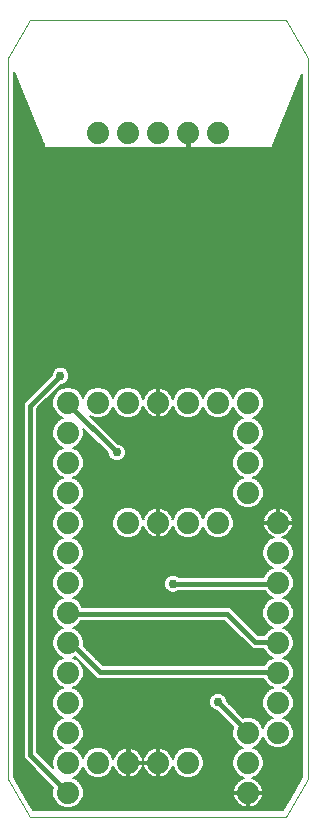
<source format=gtl>
G75*
%MOIN*%
%OFA0B0*%
%FSLAX25Y25*%
%IPPOS*%
%LPD*%
%AMOC8*
5,1,8,0,0,1.08239X$1,22.5*
%
%ADD10C,0.00299*%
%ADD11C,0.07400*%
%ADD12C,0.01600*%
%ADD13C,0.02978*%
%ADD14C,0.00600*%
D10*
X0082516Y0109728D02*
X0168082Y0109728D01*
X0175299Y0122228D01*
X0175299Y0362665D01*
X0168082Y0375165D01*
X0082516Y0375165D01*
X0075299Y0362665D01*
X0075299Y0122228D01*
X0082516Y0109728D01*
D11*
X0095299Y0117728D03*
X0095299Y0127728D03*
X0105299Y0127728D03*
X0095299Y0137728D03*
X0095299Y0147728D03*
X0095299Y0157728D03*
X0095299Y0167728D03*
X0095299Y0177728D03*
X0095299Y0187728D03*
X0095299Y0197728D03*
X0095299Y0207728D03*
X0095299Y0217728D03*
X0095299Y0227728D03*
X0095299Y0237728D03*
X0095299Y0247728D03*
X0105299Y0247728D03*
X0115299Y0247728D03*
X0125299Y0247728D03*
X0135299Y0247728D03*
X0145299Y0247728D03*
X0155299Y0247728D03*
X0155299Y0237728D03*
X0155299Y0227728D03*
X0155299Y0217728D03*
X0145299Y0207728D03*
X0135299Y0207728D03*
X0125299Y0207728D03*
X0115299Y0207728D03*
X0165299Y0207728D03*
X0165299Y0197728D03*
X0165299Y0187728D03*
X0165299Y0177728D03*
X0165299Y0167728D03*
X0165299Y0157728D03*
X0165299Y0147728D03*
X0165299Y0137728D03*
X0155299Y0137728D03*
X0155299Y0127728D03*
X0155299Y0117728D03*
X0135299Y0127728D03*
X0125299Y0127728D03*
X0115299Y0127728D03*
X0115299Y0337728D03*
X0125299Y0337728D03*
X0135299Y0337728D03*
X0145299Y0337728D03*
X0105299Y0337728D03*
D12*
X0135299Y0337728D02*
X0135299Y0332728D01*
X0092799Y0256728D02*
X0082799Y0246728D01*
X0082799Y0130228D01*
X0095299Y0117728D01*
X0115299Y0127728D02*
X0115299Y0151728D01*
X0105924Y0157978D02*
X0096549Y0167353D01*
X0095299Y0167353D01*
X0095299Y0167728D01*
X0095299Y0177353D02*
X0095299Y0177728D01*
X0095299Y0177353D02*
X0148424Y0177353D01*
X0157799Y0167978D01*
X0165299Y0167978D01*
X0165299Y0167728D01*
X0165299Y0157978D02*
X0165299Y0157728D01*
X0165299Y0157978D02*
X0105924Y0157978D01*
X0130299Y0187353D02*
X0165299Y0187353D01*
X0165299Y0187728D01*
X0145299Y0147978D02*
X0155299Y0137978D01*
X0155299Y0137728D01*
X0111549Y0231103D02*
X0095299Y0247353D01*
X0095299Y0247728D01*
D13*
X0092799Y0256728D03*
X0111549Y0231103D03*
X0130299Y0187353D03*
X0115299Y0171728D03*
X0115299Y0151728D03*
X0145299Y0147978D03*
D14*
X0142541Y0146826D02*
X0100499Y0146826D01*
X0100499Y0146694D02*
X0100499Y0148763D01*
X0099708Y0150674D01*
X0098245Y0152137D01*
X0096816Y0152728D01*
X0098245Y0153320D01*
X0099708Y0154783D01*
X0100499Y0156694D01*
X0100499Y0158763D01*
X0099708Y0160674D01*
X0098245Y0162137D01*
X0096816Y0162728D01*
X0097598Y0163052D01*
X0104972Y0155678D01*
X0160520Y0155678D01*
X0160891Y0154783D01*
X0162354Y0153320D01*
X0163782Y0152728D01*
X0162354Y0152137D01*
X0160891Y0150674D01*
X0160099Y0148763D01*
X0160099Y0146694D01*
X0160891Y0144783D01*
X0162354Y0143320D01*
X0163782Y0142728D01*
X0162354Y0142137D01*
X0160891Y0140674D01*
X0160299Y0139245D01*
X0159708Y0140674D01*
X0158245Y0142137D01*
X0156334Y0142928D01*
X0154265Y0142928D01*
X0153796Y0142734D01*
X0148288Y0148242D01*
X0148288Y0148573D01*
X0147833Y0149671D01*
X0146992Y0150512D01*
X0145894Y0150967D01*
X0144705Y0150967D01*
X0143606Y0150512D01*
X0142765Y0149671D01*
X0142310Y0148573D01*
X0142310Y0147384D01*
X0142765Y0146285D01*
X0143606Y0145444D01*
X0144705Y0144989D01*
X0145035Y0144989D01*
X0150440Y0139585D01*
X0150099Y0138763D01*
X0150099Y0136694D01*
X0150891Y0134783D01*
X0152354Y0133320D01*
X0153782Y0132728D01*
X0152354Y0132137D01*
X0150891Y0130674D01*
X0150099Y0128763D01*
X0150099Y0126694D01*
X0150891Y0124783D01*
X0152354Y0123320D01*
X0154101Y0122596D01*
X0153380Y0122362D01*
X0152679Y0122005D01*
X0152042Y0121542D01*
X0151485Y0120986D01*
X0151023Y0120349D01*
X0150666Y0119648D01*
X0150422Y0118899D01*
X0150299Y0118122D01*
X0150299Y0118028D01*
X0154999Y0118028D01*
X0154999Y0117428D01*
X0155599Y0117428D01*
X0155599Y0112728D01*
X0155693Y0112728D01*
X0156470Y0112851D01*
X0157219Y0113095D01*
X0157920Y0113452D01*
X0158556Y0113915D01*
X0159113Y0114471D01*
X0159576Y0115108D01*
X0159933Y0115809D01*
X0160176Y0116558D01*
X0160299Y0117335D01*
X0160299Y0117428D01*
X0155599Y0117428D01*
X0155599Y0118028D01*
X0160299Y0118028D01*
X0160299Y0118122D01*
X0160176Y0118899D01*
X0159933Y0119648D01*
X0159576Y0120349D01*
X0159113Y0120986D01*
X0158556Y0121542D01*
X0157920Y0122005D01*
X0157219Y0122362D01*
X0156498Y0122596D01*
X0158245Y0123320D01*
X0159708Y0124783D01*
X0160499Y0126694D01*
X0160499Y0128763D01*
X0159708Y0130674D01*
X0158245Y0132137D01*
X0156816Y0132728D01*
X0158245Y0133320D01*
X0159708Y0134783D01*
X0160299Y0136211D01*
X0160891Y0134783D01*
X0162354Y0133320D01*
X0164265Y0132528D01*
X0166334Y0132528D01*
X0168245Y0133320D01*
X0169708Y0134783D01*
X0170499Y0136694D01*
X0170499Y0138763D01*
X0169708Y0140674D01*
X0168245Y0142137D01*
X0166816Y0142728D01*
X0168245Y0143320D01*
X0169708Y0144783D01*
X0170499Y0146694D01*
X0170499Y0148763D01*
X0169708Y0150674D01*
X0168245Y0152137D01*
X0166816Y0152728D01*
X0168245Y0153320D01*
X0169708Y0154783D01*
X0170499Y0156694D01*
X0170499Y0158763D01*
X0169708Y0160674D01*
X0168245Y0162137D01*
X0166816Y0162728D01*
X0168245Y0163320D01*
X0169708Y0164783D01*
X0170499Y0166694D01*
X0170499Y0168763D01*
X0169708Y0170674D01*
X0168245Y0172137D01*
X0166816Y0172728D01*
X0168245Y0173320D01*
X0169708Y0174783D01*
X0170499Y0176694D01*
X0170499Y0178763D01*
X0169708Y0180674D01*
X0168245Y0182137D01*
X0166816Y0182728D01*
X0168245Y0183320D01*
X0169708Y0184783D01*
X0170499Y0186694D01*
X0170499Y0188763D01*
X0169708Y0190674D01*
X0168245Y0192137D01*
X0166816Y0192728D01*
X0168245Y0193320D01*
X0169708Y0194783D01*
X0170499Y0196694D01*
X0170499Y0198763D01*
X0169708Y0200674D01*
X0168245Y0202137D01*
X0166498Y0202860D01*
X0167219Y0203095D01*
X0167920Y0203452D01*
X0168556Y0203915D01*
X0169113Y0204471D01*
X0169576Y0205108D01*
X0169933Y0205809D01*
X0170176Y0206558D01*
X0170299Y0207335D01*
X0170299Y0207428D01*
X0165599Y0207428D01*
X0165599Y0208028D01*
X0170299Y0208028D01*
X0170299Y0208122D01*
X0170176Y0208899D01*
X0169933Y0209648D01*
X0169576Y0210349D01*
X0169113Y0210986D01*
X0168556Y0211542D01*
X0167920Y0212005D01*
X0167219Y0212362D01*
X0166470Y0212605D01*
X0165693Y0212728D01*
X0165599Y0212728D01*
X0165599Y0208028D01*
X0164999Y0208028D01*
X0164999Y0207428D01*
X0160299Y0207428D01*
X0160299Y0207335D01*
X0160422Y0206558D01*
X0160666Y0205809D01*
X0161023Y0205108D01*
X0161485Y0204471D01*
X0162042Y0203915D01*
X0162679Y0203452D01*
X0163380Y0203095D01*
X0164101Y0202860D01*
X0162354Y0202137D01*
X0160891Y0200674D01*
X0160099Y0198763D01*
X0160099Y0196694D01*
X0160891Y0194783D01*
X0162354Y0193320D01*
X0163782Y0192728D01*
X0162354Y0192137D01*
X0160891Y0190674D01*
X0160468Y0189653D01*
X0132226Y0189653D01*
X0131992Y0189887D01*
X0130894Y0190342D01*
X0129705Y0190342D01*
X0128606Y0189887D01*
X0127765Y0189046D01*
X0127310Y0187948D01*
X0127310Y0186759D01*
X0127765Y0185660D01*
X0128606Y0184819D01*
X0129705Y0184364D01*
X0130894Y0184364D01*
X0131992Y0184819D01*
X0132226Y0185053D01*
X0160779Y0185053D01*
X0160891Y0184783D01*
X0162354Y0183320D01*
X0163782Y0182728D01*
X0162354Y0182137D01*
X0160891Y0180674D01*
X0160099Y0178763D01*
X0160099Y0176694D01*
X0160891Y0174783D01*
X0162354Y0173320D01*
X0163782Y0172728D01*
X0162354Y0172137D01*
X0160891Y0170674D01*
X0160727Y0170278D01*
X0158752Y0170278D01*
X0150724Y0178306D01*
X0149377Y0179653D01*
X0100130Y0179653D01*
X0099708Y0180674D01*
X0098245Y0182137D01*
X0096816Y0182728D01*
X0098245Y0183320D01*
X0099708Y0184783D01*
X0100499Y0186694D01*
X0100499Y0188763D01*
X0099708Y0190674D01*
X0098245Y0192137D01*
X0096816Y0192728D01*
X0098245Y0193320D01*
X0099708Y0194783D01*
X0100499Y0196694D01*
X0100499Y0198763D01*
X0099708Y0200674D01*
X0098245Y0202137D01*
X0096816Y0202728D01*
X0098245Y0203320D01*
X0099708Y0204783D01*
X0100499Y0206694D01*
X0100499Y0208763D01*
X0099708Y0210674D01*
X0098245Y0212137D01*
X0096816Y0212728D01*
X0098245Y0213320D01*
X0099708Y0214783D01*
X0100499Y0216694D01*
X0100499Y0218763D01*
X0099708Y0220674D01*
X0098245Y0222137D01*
X0096816Y0222728D01*
X0098245Y0223320D01*
X0099708Y0224783D01*
X0100499Y0226694D01*
X0100499Y0228763D01*
X0099708Y0230674D01*
X0098245Y0232137D01*
X0096816Y0232728D01*
X0098245Y0233320D01*
X0099708Y0234783D01*
X0100499Y0236694D01*
X0100499Y0238763D01*
X0100402Y0238998D01*
X0108560Y0230840D01*
X0108560Y0230509D01*
X0109015Y0229410D01*
X0109856Y0228569D01*
X0110955Y0228114D01*
X0112144Y0228114D01*
X0113242Y0228569D01*
X0114083Y0229410D01*
X0114538Y0230509D01*
X0114538Y0231698D01*
X0114083Y0232796D01*
X0113242Y0233637D01*
X0112144Y0234092D01*
X0111813Y0234092D01*
X0102749Y0243156D01*
X0104265Y0242528D01*
X0106334Y0242528D01*
X0108245Y0243320D01*
X0109708Y0244783D01*
X0110299Y0246211D01*
X0110891Y0244783D01*
X0112354Y0243320D01*
X0114265Y0242528D01*
X0116334Y0242528D01*
X0118245Y0243320D01*
X0119708Y0244783D01*
X0120431Y0246530D01*
X0120666Y0245809D01*
X0121023Y0245108D01*
X0121485Y0244471D01*
X0122042Y0243915D01*
X0122679Y0243452D01*
X0123380Y0243095D01*
X0124128Y0242851D01*
X0124906Y0242728D01*
X0124999Y0242728D01*
X0124999Y0247428D01*
X0125599Y0247428D01*
X0125599Y0242728D01*
X0125693Y0242728D01*
X0126470Y0242851D01*
X0127219Y0243095D01*
X0127920Y0243452D01*
X0128556Y0243915D01*
X0129113Y0244471D01*
X0129576Y0245108D01*
X0129933Y0245809D01*
X0130167Y0246530D01*
X0130891Y0244783D01*
X0132354Y0243320D01*
X0134265Y0242528D01*
X0136334Y0242528D01*
X0138245Y0243320D01*
X0139708Y0244783D01*
X0140299Y0246211D01*
X0140891Y0244783D01*
X0142354Y0243320D01*
X0144265Y0242528D01*
X0146334Y0242528D01*
X0148245Y0243320D01*
X0149708Y0244783D01*
X0150299Y0246211D01*
X0150891Y0244783D01*
X0152354Y0243320D01*
X0153782Y0242728D01*
X0152354Y0242137D01*
X0150891Y0240674D01*
X0150099Y0238763D01*
X0150099Y0236694D01*
X0150891Y0234783D01*
X0152354Y0233320D01*
X0153782Y0232728D01*
X0152354Y0232137D01*
X0150891Y0230674D01*
X0150099Y0228763D01*
X0150099Y0226694D01*
X0150891Y0224783D01*
X0152354Y0223320D01*
X0153782Y0222728D01*
X0152354Y0222137D01*
X0150891Y0220674D01*
X0150099Y0218763D01*
X0150099Y0216694D01*
X0150891Y0214783D01*
X0152354Y0213320D01*
X0154265Y0212528D01*
X0156334Y0212528D01*
X0158245Y0213320D01*
X0159708Y0214783D01*
X0160499Y0216694D01*
X0160499Y0218763D01*
X0159708Y0220674D01*
X0158245Y0222137D01*
X0156816Y0222728D01*
X0158245Y0223320D01*
X0159708Y0224783D01*
X0160499Y0226694D01*
X0160499Y0228763D01*
X0159708Y0230674D01*
X0158245Y0232137D01*
X0156816Y0232728D01*
X0158245Y0233320D01*
X0159708Y0234783D01*
X0160499Y0236694D01*
X0160499Y0238763D01*
X0159708Y0240674D01*
X0158245Y0242137D01*
X0156816Y0242728D01*
X0158245Y0243320D01*
X0159708Y0244783D01*
X0160499Y0246694D01*
X0160499Y0248763D01*
X0159708Y0250674D01*
X0158245Y0252137D01*
X0156334Y0252928D01*
X0154265Y0252928D01*
X0152354Y0252137D01*
X0150891Y0250674D01*
X0150299Y0249245D01*
X0149708Y0250674D01*
X0148245Y0252137D01*
X0146334Y0252928D01*
X0144265Y0252928D01*
X0142354Y0252137D01*
X0140891Y0250674D01*
X0140299Y0249245D01*
X0139708Y0250674D01*
X0138245Y0252137D01*
X0136334Y0252928D01*
X0134265Y0252928D01*
X0132354Y0252137D01*
X0130891Y0250674D01*
X0130167Y0248927D01*
X0129933Y0249648D01*
X0129576Y0250349D01*
X0129113Y0250986D01*
X0128556Y0251542D01*
X0127920Y0252005D01*
X0127219Y0252362D01*
X0126470Y0252605D01*
X0125693Y0252728D01*
X0125599Y0252728D01*
X0125599Y0248028D01*
X0124999Y0248028D01*
X0124999Y0252728D01*
X0124906Y0252728D01*
X0124128Y0252605D01*
X0123380Y0252362D01*
X0122679Y0252005D01*
X0122042Y0251542D01*
X0121485Y0250986D01*
X0121023Y0250349D01*
X0120666Y0249648D01*
X0120431Y0248927D01*
X0119708Y0250674D01*
X0118245Y0252137D01*
X0116334Y0252928D01*
X0114265Y0252928D01*
X0112354Y0252137D01*
X0110891Y0250674D01*
X0110299Y0249245D01*
X0109708Y0250674D01*
X0108245Y0252137D01*
X0106334Y0252928D01*
X0104265Y0252928D01*
X0102354Y0252137D01*
X0100891Y0250674D01*
X0100299Y0249245D01*
X0099708Y0250674D01*
X0098245Y0252137D01*
X0096334Y0252928D01*
X0094265Y0252928D01*
X0092354Y0252137D01*
X0090891Y0250674D01*
X0090099Y0248763D01*
X0090099Y0246694D01*
X0090891Y0244783D01*
X0092354Y0243320D01*
X0093782Y0242728D01*
X0092354Y0242137D01*
X0090891Y0240674D01*
X0090099Y0238763D01*
X0090099Y0236694D01*
X0090891Y0234783D01*
X0092354Y0233320D01*
X0093782Y0232728D01*
X0092354Y0232137D01*
X0090891Y0230674D01*
X0090099Y0228763D01*
X0090099Y0226694D01*
X0090891Y0224783D01*
X0092354Y0223320D01*
X0093782Y0222728D01*
X0092354Y0222137D01*
X0090891Y0220674D01*
X0090099Y0218763D01*
X0090099Y0216694D01*
X0090891Y0214783D01*
X0092354Y0213320D01*
X0093782Y0212728D01*
X0092354Y0212137D01*
X0090891Y0210674D01*
X0090099Y0208763D01*
X0090099Y0206694D01*
X0090891Y0204783D01*
X0092354Y0203320D01*
X0093782Y0202728D01*
X0092354Y0202137D01*
X0090891Y0200674D01*
X0090099Y0198763D01*
X0090099Y0196694D01*
X0090891Y0194783D01*
X0092354Y0193320D01*
X0093782Y0192728D01*
X0092354Y0192137D01*
X0090891Y0190674D01*
X0090099Y0188763D01*
X0090099Y0186694D01*
X0090891Y0184783D01*
X0092354Y0183320D01*
X0093782Y0182728D01*
X0092354Y0182137D01*
X0090891Y0180674D01*
X0090099Y0178763D01*
X0090099Y0176694D01*
X0090891Y0174783D01*
X0092354Y0173320D01*
X0093782Y0172728D01*
X0092354Y0172137D01*
X0090891Y0170674D01*
X0090099Y0168763D01*
X0090099Y0166694D01*
X0090891Y0164783D01*
X0092354Y0163320D01*
X0093782Y0162728D01*
X0092354Y0162137D01*
X0090891Y0160674D01*
X0090099Y0158763D01*
X0090099Y0156694D01*
X0090891Y0154783D01*
X0092354Y0153320D01*
X0093782Y0152728D01*
X0092354Y0152137D01*
X0090891Y0150674D01*
X0090099Y0148763D01*
X0090099Y0146694D01*
X0090891Y0144783D01*
X0092354Y0143320D01*
X0093782Y0142728D01*
X0092354Y0142137D01*
X0090891Y0140674D01*
X0090099Y0138763D01*
X0090099Y0136694D01*
X0090891Y0134783D01*
X0092354Y0133320D01*
X0093782Y0132728D01*
X0092354Y0132137D01*
X0090891Y0130674D01*
X0090099Y0128763D01*
X0090099Y0126694D01*
X0090462Y0125818D01*
X0085099Y0131181D01*
X0085099Y0245776D01*
X0093063Y0253739D01*
X0093394Y0253739D01*
X0094492Y0254194D01*
X0095333Y0255035D01*
X0095788Y0256134D01*
X0095788Y0257323D01*
X0095333Y0258421D01*
X0094492Y0259262D01*
X0093394Y0259717D01*
X0092205Y0259717D01*
X0091106Y0259262D01*
X0090265Y0258421D01*
X0089810Y0257323D01*
X0089810Y0256992D01*
X0081847Y0249028D01*
X0080499Y0247681D01*
X0080499Y0129276D01*
X0090367Y0119408D01*
X0090099Y0118763D01*
X0090099Y0116694D01*
X0090891Y0114783D01*
X0092354Y0113320D01*
X0094265Y0112528D01*
X0096334Y0112528D01*
X0098245Y0113320D01*
X0099708Y0114783D01*
X0100499Y0116694D01*
X0100499Y0118763D01*
X0099708Y0120674D01*
X0098245Y0122137D01*
X0096816Y0122728D01*
X0098245Y0123320D01*
X0099708Y0124783D01*
X0100299Y0126211D01*
X0100891Y0124783D01*
X0102354Y0123320D01*
X0104265Y0122528D01*
X0106334Y0122528D01*
X0108245Y0123320D01*
X0109708Y0124783D01*
X0110431Y0126530D01*
X0110666Y0125809D01*
X0111023Y0125108D01*
X0111485Y0124471D01*
X0112042Y0123915D01*
X0112679Y0123452D01*
X0113380Y0123095D01*
X0114128Y0122851D01*
X0114906Y0122728D01*
X0114999Y0122728D01*
X0114999Y0127428D01*
X0115599Y0127428D01*
X0115599Y0122728D01*
X0115693Y0122728D01*
X0116470Y0122851D01*
X0117219Y0123095D01*
X0117920Y0123452D01*
X0118556Y0123915D01*
X0119113Y0124471D01*
X0119576Y0125108D01*
X0119933Y0125809D01*
X0120176Y0126558D01*
X0120299Y0127335D01*
X0120299Y0127428D01*
X0115599Y0127428D01*
X0115599Y0128028D01*
X0120299Y0128028D01*
X0120299Y0128122D01*
X0120299Y0128028D01*
X0124999Y0128028D01*
X0124999Y0127428D01*
X0125599Y0127428D01*
X0125599Y0122728D01*
X0125693Y0122728D01*
X0126470Y0122851D01*
X0127219Y0123095D01*
X0127920Y0123452D01*
X0128556Y0123915D01*
X0129113Y0124471D01*
X0129576Y0125108D01*
X0129933Y0125809D01*
X0130167Y0126530D01*
X0130891Y0124783D01*
X0132354Y0123320D01*
X0134265Y0122528D01*
X0136334Y0122528D01*
X0138245Y0123320D01*
X0139708Y0124783D01*
X0140499Y0126694D01*
X0140499Y0128763D01*
X0139708Y0130674D01*
X0138245Y0132137D01*
X0136334Y0132928D01*
X0134265Y0132928D01*
X0132354Y0132137D01*
X0130891Y0130674D01*
X0130167Y0128927D01*
X0129933Y0129648D01*
X0129576Y0130349D01*
X0129113Y0130986D01*
X0128556Y0131542D01*
X0127920Y0132005D01*
X0127219Y0132362D01*
X0126470Y0132605D01*
X0125693Y0132728D01*
X0125599Y0132728D01*
X0125599Y0128028D01*
X0124999Y0128028D01*
X0124999Y0132728D01*
X0124906Y0132728D01*
X0124128Y0132605D01*
X0123380Y0132362D01*
X0122679Y0132005D01*
X0122042Y0131542D01*
X0121485Y0130986D01*
X0121023Y0130349D01*
X0120666Y0129648D01*
X0120422Y0128899D01*
X0120299Y0128122D01*
X0120176Y0128899D01*
X0119933Y0129648D01*
X0119576Y0130349D01*
X0119113Y0130986D01*
X0118556Y0131542D01*
X0117920Y0132005D01*
X0117219Y0132362D01*
X0116470Y0132605D01*
X0115693Y0132728D01*
X0115599Y0132728D01*
X0115599Y0128028D01*
X0114999Y0128028D01*
X0114999Y0132728D01*
X0114906Y0132728D01*
X0114128Y0132605D01*
X0113380Y0132362D01*
X0112679Y0132005D01*
X0112042Y0131542D01*
X0111485Y0130986D01*
X0111023Y0130349D01*
X0110666Y0129648D01*
X0110431Y0128927D01*
X0109708Y0130674D01*
X0108245Y0132137D01*
X0106334Y0132928D01*
X0104265Y0132928D01*
X0102354Y0132137D01*
X0100891Y0130674D01*
X0100299Y0129245D01*
X0099708Y0130674D01*
X0098245Y0132137D01*
X0096816Y0132728D01*
X0098245Y0133320D01*
X0099708Y0134783D01*
X0100499Y0136694D01*
X0100499Y0138763D01*
X0099708Y0140674D01*
X0098245Y0142137D01*
X0096816Y0142728D01*
X0098245Y0143320D01*
X0099708Y0144783D01*
X0100499Y0146694D01*
X0100306Y0146227D02*
X0142823Y0146227D01*
X0143422Y0145629D02*
X0100058Y0145629D01*
X0099810Y0145030D02*
X0144606Y0145030D01*
X0145593Y0144432D02*
X0099356Y0144432D01*
X0098758Y0143833D02*
X0146192Y0143833D01*
X0146790Y0143234D02*
X0098038Y0143234D01*
X0097039Y0142636D02*
X0147389Y0142636D01*
X0147987Y0142037D02*
X0098344Y0142037D01*
X0098942Y0141439D02*
X0148586Y0141439D01*
X0149184Y0140840D02*
X0099541Y0140840D01*
X0099886Y0140242D02*
X0149783Y0140242D01*
X0150381Y0139643D02*
X0100134Y0139643D01*
X0100382Y0139045D02*
X0150216Y0139045D01*
X0150099Y0138446D02*
X0100499Y0138446D01*
X0100499Y0137848D02*
X0150099Y0137848D01*
X0150099Y0137249D02*
X0100499Y0137249D01*
X0100481Y0136651D02*
X0150117Y0136651D01*
X0150365Y0136052D02*
X0100233Y0136052D01*
X0099986Y0135454D02*
X0150613Y0135454D01*
X0150861Y0134855D02*
X0099738Y0134855D01*
X0099182Y0134257D02*
X0151417Y0134257D01*
X0152015Y0133658D02*
X0098583Y0133658D01*
X0097617Y0133060D02*
X0152982Y0133060D01*
X0153137Y0132461D02*
X0137461Y0132461D01*
X0138519Y0131863D02*
X0152080Y0131863D01*
X0151481Y0131264D02*
X0139117Y0131264D01*
X0139711Y0130666D02*
X0150887Y0130666D01*
X0150640Y0130067D02*
X0139959Y0130067D01*
X0140207Y0129469D02*
X0150392Y0129469D01*
X0150144Y0128870D02*
X0140455Y0128870D01*
X0140499Y0128272D02*
X0150099Y0128272D01*
X0150099Y0127673D02*
X0140499Y0127673D01*
X0140499Y0127075D02*
X0150099Y0127075D01*
X0150189Y0126476D02*
X0140409Y0126476D01*
X0140161Y0125878D02*
X0150437Y0125878D01*
X0150685Y0125279D02*
X0139913Y0125279D01*
X0139605Y0124681D02*
X0150993Y0124681D01*
X0151591Y0124082D02*
X0139007Y0124082D01*
X0138408Y0123484D02*
X0152190Y0123484D01*
X0153404Y0122885D02*
X0137195Y0122885D01*
X0133404Y0122885D02*
X0126574Y0122885D01*
X0125599Y0122885D02*
X0124999Y0122885D01*
X0124999Y0122728D02*
X0124999Y0127428D01*
X0120299Y0127428D01*
X0120299Y0127335D01*
X0120422Y0126558D01*
X0120666Y0125809D01*
X0121023Y0125108D01*
X0121485Y0124471D01*
X0122042Y0123915D01*
X0122679Y0123452D01*
X0123380Y0123095D01*
X0124128Y0122851D01*
X0124906Y0122728D01*
X0124999Y0122728D01*
X0124999Y0123484D02*
X0125599Y0123484D01*
X0125599Y0124082D02*
X0124999Y0124082D01*
X0124999Y0124681D02*
X0125599Y0124681D01*
X0125599Y0125279D02*
X0124999Y0125279D01*
X0124999Y0125878D02*
X0125599Y0125878D01*
X0125599Y0126476D02*
X0124999Y0126476D01*
X0124999Y0127075D02*
X0125599Y0127075D01*
X0124999Y0127673D02*
X0115599Y0127673D01*
X0115599Y0127075D02*
X0114999Y0127075D01*
X0114999Y0126476D02*
X0115599Y0126476D01*
X0115599Y0125878D02*
X0114999Y0125878D01*
X0114999Y0125279D02*
X0115599Y0125279D01*
X0115599Y0124681D02*
X0114999Y0124681D01*
X0114999Y0124082D02*
X0115599Y0124082D01*
X0115599Y0123484D02*
X0114999Y0123484D01*
X0114999Y0122885D02*
X0115599Y0122885D01*
X0116574Y0122885D02*
X0124025Y0122885D01*
X0122635Y0123484D02*
X0117963Y0123484D01*
X0118724Y0124082D02*
X0121874Y0124082D01*
X0121333Y0124681D02*
X0119265Y0124681D01*
X0119663Y0125279D02*
X0120935Y0125279D01*
X0120643Y0125878D02*
X0119955Y0125878D01*
X0120150Y0126476D02*
X0120449Y0126476D01*
X0120340Y0127075D02*
X0120258Y0127075D01*
X0120275Y0128272D02*
X0120323Y0128272D01*
X0120418Y0128870D02*
X0120181Y0128870D01*
X0119991Y0129469D02*
X0120607Y0129469D01*
X0120879Y0130067D02*
X0119719Y0130067D01*
X0119345Y0130666D02*
X0121253Y0130666D01*
X0121764Y0131264D02*
X0118834Y0131264D01*
X0118115Y0131863D02*
X0122483Y0131863D01*
X0123685Y0132461D02*
X0116913Y0132461D01*
X0115599Y0132461D02*
X0114999Y0132461D01*
X0114999Y0131863D02*
X0115599Y0131863D01*
X0115599Y0131264D02*
X0114999Y0131264D01*
X0114999Y0130666D02*
X0115599Y0130666D01*
X0115599Y0130067D02*
X0114999Y0130067D01*
X0114999Y0129469D02*
X0115599Y0129469D01*
X0115599Y0128870D02*
X0114999Y0128870D01*
X0114999Y0128272D02*
X0115599Y0128272D01*
X0113685Y0132461D02*
X0107461Y0132461D01*
X0108519Y0131863D02*
X0112483Y0131863D01*
X0111764Y0131264D02*
X0109117Y0131264D01*
X0109711Y0130666D02*
X0111253Y0130666D01*
X0110879Y0130067D02*
X0109959Y0130067D01*
X0110207Y0129469D02*
X0110607Y0129469D01*
X0110449Y0126476D02*
X0110409Y0126476D01*
X0110643Y0125878D02*
X0110161Y0125878D01*
X0109913Y0125279D02*
X0110935Y0125279D01*
X0111333Y0124681D02*
X0109605Y0124681D01*
X0109007Y0124082D02*
X0111874Y0124082D01*
X0112635Y0123484D02*
X0108408Y0123484D01*
X0107195Y0122885D02*
X0114025Y0122885D01*
X0103404Y0122885D02*
X0097195Y0122885D01*
X0097883Y0122287D02*
X0153232Y0122287D01*
X0152243Y0121688D02*
X0098693Y0121688D01*
X0099292Y0121090D02*
X0151589Y0121090D01*
X0151126Y0120491D02*
X0099783Y0120491D01*
X0100031Y0119893D02*
X0150790Y0119893D01*
X0150551Y0119294D02*
X0100279Y0119294D01*
X0100499Y0118696D02*
X0150390Y0118696D01*
X0150299Y0118097D02*
X0100499Y0118097D01*
X0100499Y0117499D02*
X0154999Y0117499D01*
X0154999Y0117428D02*
X0150299Y0117428D01*
X0150299Y0117335D01*
X0150422Y0116558D01*
X0150666Y0115809D01*
X0151023Y0115108D01*
X0151485Y0114471D01*
X0152042Y0113915D01*
X0152679Y0113452D01*
X0153380Y0113095D01*
X0154128Y0112851D01*
X0154906Y0112728D01*
X0154999Y0112728D01*
X0154999Y0117428D01*
X0154999Y0116900D02*
X0155599Y0116900D01*
X0155599Y0117499D02*
X0170202Y0117499D01*
X0170547Y0118097D02*
X0160299Y0118097D01*
X0160208Y0118696D02*
X0170893Y0118696D01*
X0171238Y0119294D02*
X0160048Y0119294D01*
X0159808Y0119893D02*
X0171584Y0119893D01*
X0171930Y0120491D02*
X0159472Y0120491D01*
X0159009Y0121090D02*
X0172275Y0121090D01*
X0172621Y0121688D02*
X0158356Y0121688D01*
X0157367Y0122287D02*
X0172966Y0122287D01*
X0173250Y0122778D02*
X0166899Y0111778D01*
X0083699Y0111778D01*
X0077349Y0122778D01*
X0077349Y0357809D01*
X0087799Y0332728D01*
X0103782Y0332728D01*
X0104265Y0332528D01*
X0106334Y0332528D01*
X0106816Y0332728D01*
X0113782Y0332728D01*
X0114265Y0332528D01*
X0116334Y0332528D01*
X0116816Y0332728D01*
X0123782Y0332728D01*
X0124265Y0332528D01*
X0126334Y0332528D01*
X0126816Y0332728D01*
X0143782Y0332728D01*
X0144265Y0332528D01*
X0146334Y0332528D01*
X0146816Y0332728D01*
X0163299Y0332728D01*
X0173250Y0357190D01*
X0173250Y0122778D01*
X0173250Y0122885D02*
X0157195Y0122885D01*
X0158408Y0123484D02*
X0173250Y0123484D01*
X0173250Y0124082D02*
X0159007Y0124082D01*
X0159605Y0124681D02*
X0173250Y0124681D01*
X0173250Y0125279D02*
X0159913Y0125279D01*
X0160161Y0125878D02*
X0173250Y0125878D01*
X0173250Y0126476D02*
X0160409Y0126476D01*
X0160499Y0127075D02*
X0173250Y0127075D01*
X0173250Y0127673D02*
X0160499Y0127673D01*
X0160499Y0128272D02*
X0173250Y0128272D01*
X0173250Y0128870D02*
X0160455Y0128870D01*
X0160207Y0129469D02*
X0173250Y0129469D01*
X0173250Y0130067D02*
X0159959Y0130067D01*
X0159711Y0130666D02*
X0173250Y0130666D01*
X0173250Y0131264D02*
X0159117Y0131264D01*
X0158519Y0131863D02*
X0173250Y0131863D01*
X0173250Y0132461D02*
X0157461Y0132461D01*
X0157617Y0133060D02*
X0162982Y0133060D01*
X0162015Y0133658D02*
X0158583Y0133658D01*
X0159182Y0134257D02*
X0161417Y0134257D01*
X0160861Y0134855D02*
X0159738Y0134855D01*
X0159986Y0135454D02*
X0160613Y0135454D01*
X0160365Y0136052D02*
X0160233Y0136052D01*
X0160134Y0139643D02*
X0160464Y0139643D01*
X0160712Y0140242D02*
X0159886Y0140242D01*
X0159541Y0140840D02*
X0161057Y0140840D01*
X0161656Y0141439D02*
X0158942Y0141439D01*
X0158344Y0142037D02*
X0162254Y0142037D01*
X0162560Y0143234D02*
X0153296Y0143234D01*
X0152697Y0143833D02*
X0161841Y0143833D01*
X0161242Y0144432D02*
X0152099Y0144432D01*
X0151500Y0145030D02*
X0160788Y0145030D01*
X0160541Y0145629D02*
X0150902Y0145629D01*
X0150303Y0146227D02*
X0160293Y0146227D01*
X0160099Y0146826D02*
X0149705Y0146826D01*
X0149106Y0147424D02*
X0160099Y0147424D01*
X0160099Y0148023D02*
X0148508Y0148023D01*
X0148268Y0148621D02*
X0160099Y0148621D01*
X0160288Y0149220D02*
X0148020Y0149220D01*
X0147686Y0149818D02*
X0160536Y0149818D01*
X0160784Y0150417D02*
X0147088Y0150417D01*
X0143510Y0150417D02*
X0099814Y0150417D01*
X0100062Y0149818D02*
X0142912Y0149818D01*
X0142578Y0149220D02*
X0100310Y0149220D01*
X0100499Y0148621D02*
X0142330Y0148621D01*
X0142310Y0148023D02*
X0100499Y0148023D01*
X0100499Y0147424D02*
X0142310Y0147424D01*
X0133137Y0132461D02*
X0126913Y0132461D01*
X0125599Y0132461D02*
X0124999Y0132461D01*
X0124999Y0131863D02*
X0125599Y0131863D01*
X0125599Y0131264D02*
X0124999Y0131264D01*
X0124999Y0130666D02*
X0125599Y0130666D01*
X0125599Y0130067D02*
X0124999Y0130067D01*
X0124999Y0129469D02*
X0125599Y0129469D01*
X0125599Y0128870D02*
X0124999Y0128870D01*
X0124999Y0128272D02*
X0125599Y0128272D01*
X0128115Y0131863D02*
X0132080Y0131863D01*
X0131481Y0131264D02*
X0128834Y0131264D01*
X0129345Y0130666D02*
X0130887Y0130666D01*
X0130640Y0130067D02*
X0129719Y0130067D01*
X0129991Y0129469D02*
X0130392Y0129469D01*
X0130189Y0126476D02*
X0130150Y0126476D01*
X0129955Y0125878D02*
X0130437Y0125878D01*
X0130685Y0125279D02*
X0129663Y0125279D01*
X0129265Y0124681D02*
X0130993Y0124681D01*
X0131591Y0124082D02*
X0128724Y0124082D01*
X0127963Y0123484D02*
X0132190Y0123484D01*
X0150368Y0116900D02*
X0100499Y0116900D01*
X0100337Y0116301D02*
X0150506Y0116301D01*
X0150720Y0115703D02*
X0100089Y0115703D01*
X0099841Y0115104D02*
X0151025Y0115104D01*
X0151460Y0114506D02*
X0099431Y0114506D01*
X0098832Y0113907D02*
X0152052Y0113907D01*
X0152959Y0113309D02*
X0098218Y0113309D01*
X0096773Y0112710D02*
X0167437Y0112710D01*
X0167092Y0112112D02*
X0083507Y0112112D01*
X0083161Y0112710D02*
X0093825Y0112710D01*
X0092380Y0113309D02*
X0082816Y0113309D01*
X0082470Y0113907D02*
X0091766Y0113907D01*
X0091168Y0114506D02*
X0082124Y0114506D01*
X0081779Y0115104D02*
X0090758Y0115104D01*
X0090510Y0115703D02*
X0081433Y0115703D01*
X0081088Y0116301D02*
X0090262Y0116301D01*
X0090099Y0116900D02*
X0080742Y0116900D01*
X0080397Y0117499D02*
X0090099Y0117499D01*
X0090099Y0118097D02*
X0080051Y0118097D01*
X0079706Y0118696D02*
X0090099Y0118696D01*
X0090319Y0119294D02*
X0079360Y0119294D01*
X0079014Y0119893D02*
X0089882Y0119893D01*
X0089284Y0120491D02*
X0078669Y0120491D01*
X0078323Y0121090D02*
X0088685Y0121090D01*
X0088087Y0121688D02*
X0077978Y0121688D01*
X0077632Y0122287D02*
X0087488Y0122287D01*
X0086890Y0122885D02*
X0077349Y0122885D01*
X0077349Y0123484D02*
X0086291Y0123484D01*
X0085693Y0124082D02*
X0077349Y0124082D01*
X0077349Y0124681D02*
X0085094Y0124681D01*
X0084496Y0125279D02*
X0077349Y0125279D01*
X0077349Y0125878D02*
X0083897Y0125878D01*
X0083299Y0126476D02*
X0077349Y0126476D01*
X0077349Y0127075D02*
X0082700Y0127075D01*
X0082102Y0127673D02*
X0077349Y0127673D01*
X0077349Y0128272D02*
X0081503Y0128272D01*
X0080905Y0128870D02*
X0077349Y0128870D01*
X0077349Y0129469D02*
X0080499Y0129469D01*
X0080499Y0130067D02*
X0077349Y0130067D01*
X0077349Y0130666D02*
X0080499Y0130666D01*
X0080499Y0131264D02*
X0077349Y0131264D01*
X0077349Y0131863D02*
X0080499Y0131863D01*
X0080499Y0132461D02*
X0077349Y0132461D01*
X0077349Y0133060D02*
X0080499Y0133060D01*
X0080499Y0133658D02*
X0077349Y0133658D01*
X0077349Y0134257D02*
X0080499Y0134257D01*
X0080499Y0134855D02*
X0077349Y0134855D01*
X0077349Y0135454D02*
X0080499Y0135454D01*
X0080499Y0136052D02*
X0077349Y0136052D01*
X0077349Y0136651D02*
X0080499Y0136651D01*
X0080499Y0137249D02*
X0077349Y0137249D01*
X0077349Y0137848D02*
X0080499Y0137848D01*
X0080499Y0138446D02*
X0077349Y0138446D01*
X0077349Y0139045D02*
X0080499Y0139045D01*
X0080499Y0139643D02*
X0077349Y0139643D01*
X0077349Y0140242D02*
X0080499Y0140242D01*
X0080499Y0140840D02*
X0077349Y0140840D01*
X0077349Y0141439D02*
X0080499Y0141439D01*
X0080499Y0142037D02*
X0077349Y0142037D01*
X0077349Y0142636D02*
X0080499Y0142636D01*
X0080499Y0143234D02*
X0077349Y0143234D01*
X0077349Y0143833D02*
X0080499Y0143833D01*
X0080499Y0144432D02*
X0077349Y0144432D01*
X0077349Y0145030D02*
X0080499Y0145030D01*
X0080499Y0145629D02*
X0077349Y0145629D01*
X0077349Y0146227D02*
X0080499Y0146227D01*
X0080499Y0146826D02*
X0077349Y0146826D01*
X0077349Y0147424D02*
X0080499Y0147424D01*
X0080499Y0148023D02*
X0077349Y0148023D01*
X0077349Y0148621D02*
X0080499Y0148621D01*
X0080499Y0149220D02*
X0077349Y0149220D01*
X0077349Y0149818D02*
X0080499Y0149818D01*
X0080499Y0150417D02*
X0077349Y0150417D01*
X0077349Y0151015D02*
X0080499Y0151015D01*
X0080499Y0151614D02*
X0077349Y0151614D01*
X0077349Y0152212D02*
X0080499Y0152212D01*
X0080499Y0152811D02*
X0077349Y0152811D01*
X0077349Y0153409D02*
X0080499Y0153409D01*
X0080499Y0154008D02*
X0077349Y0154008D01*
X0077349Y0154606D02*
X0080499Y0154606D01*
X0080499Y0155205D02*
X0077349Y0155205D01*
X0077349Y0155803D02*
X0080499Y0155803D01*
X0080499Y0156402D02*
X0077349Y0156402D01*
X0077349Y0157000D02*
X0080499Y0157000D01*
X0080499Y0157599D02*
X0077349Y0157599D01*
X0077349Y0158197D02*
X0080499Y0158197D01*
X0080499Y0158796D02*
X0077349Y0158796D01*
X0077349Y0159394D02*
X0080499Y0159394D01*
X0080499Y0159993D02*
X0077349Y0159993D01*
X0077349Y0160591D02*
X0080499Y0160591D01*
X0080499Y0161190D02*
X0077349Y0161190D01*
X0077349Y0161788D02*
X0080499Y0161788D01*
X0080499Y0162387D02*
X0077349Y0162387D01*
X0077349Y0162985D02*
X0080499Y0162985D01*
X0080499Y0163584D02*
X0077349Y0163584D01*
X0077349Y0164182D02*
X0080499Y0164182D01*
X0080499Y0164781D02*
X0077349Y0164781D01*
X0077349Y0165379D02*
X0080499Y0165379D01*
X0080499Y0165978D02*
X0077349Y0165978D01*
X0077349Y0166576D02*
X0080499Y0166576D01*
X0080499Y0167175D02*
X0077349Y0167175D01*
X0077349Y0167773D02*
X0080499Y0167773D01*
X0080499Y0168372D02*
X0077349Y0168372D01*
X0077349Y0168970D02*
X0080499Y0168970D01*
X0080499Y0169569D02*
X0077349Y0169569D01*
X0077349Y0170168D02*
X0080499Y0170168D01*
X0080499Y0170766D02*
X0077349Y0170766D01*
X0077349Y0171365D02*
X0080499Y0171365D01*
X0080499Y0171963D02*
X0077349Y0171963D01*
X0077349Y0172562D02*
X0080499Y0172562D01*
X0080499Y0173160D02*
X0077349Y0173160D01*
X0077349Y0173759D02*
X0080499Y0173759D01*
X0080499Y0174357D02*
X0077349Y0174357D01*
X0077349Y0174956D02*
X0080499Y0174956D01*
X0080499Y0175554D02*
X0077349Y0175554D01*
X0077349Y0176153D02*
X0080499Y0176153D01*
X0080499Y0176751D02*
X0077349Y0176751D01*
X0077349Y0177350D02*
X0080499Y0177350D01*
X0080499Y0177948D02*
X0077349Y0177948D01*
X0077349Y0178547D02*
X0080499Y0178547D01*
X0080499Y0179145D02*
X0077349Y0179145D01*
X0077349Y0179744D02*
X0080499Y0179744D01*
X0080499Y0180342D02*
X0077349Y0180342D01*
X0077349Y0180941D02*
X0080499Y0180941D01*
X0080499Y0181539D02*
X0077349Y0181539D01*
X0077349Y0182138D02*
X0080499Y0182138D01*
X0080499Y0182736D02*
X0077349Y0182736D01*
X0077349Y0183335D02*
X0080499Y0183335D01*
X0080499Y0183933D02*
X0077349Y0183933D01*
X0077349Y0184532D02*
X0080499Y0184532D01*
X0080499Y0185130D02*
X0077349Y0185130D01*
X0077349Y0185729D02*
X0080499Y0185729D01*
X0080499Y0186327D02*
X0077349Y0186327D01*
X0077349Y0186926D02*
X0080499Y0186926D01*
X0080499Y0187524D02*
X0077349Y0187524D01*
X0077349Y0188123D02*
X0080499Y0188123D01*
X0080499Y0188721D02*
X0077349Y0188721D01*
X0077349Y0189320D02*
X0080499Y0189320D01*
X0080499Y0189918D02*
X0077349Y0189918D01*
X0077349Y0190517D02*
X0080499Y0190517D01*
X0080499Y0191115D02*
X0077349Y0191115D01*
X0077349Y0191714D02*
X0080499Y0191714D01*
X0080499Y0192312D02*
X0077349Y0192312D01*
X0077349Y0192911D02*
X0080499Y0192911D01*
X0080499Y0193509D02*
X0077349Y0193509D01*
X0077349Y0194108D02*
X0080499Y0194108D01*
X0080499Y0194706D02*
X0077349Y0194706D01*
X0077349Y0195305D02*
X0080499Y0195305D01*
X0080499Y0195903D02*
X0077349Y0195903D01*
X0077349Y0196502D02*
X0080499Y0196502D01*
X0080499Y0197101D02*
X0077349Y0197101D01*
X0077349Y0197699D02*
X0080499Y0197699D01*
X0080499Y0198298D02*
X0077349Y0198298D01*
X0077349Y0198896D02*
X0080499Y0198896D01*
X0080499Y0199495D02*
X0077349Y0199495D01*
X0077349Y0200093D02*
X0080499Y0200093D01*
X0080499Y0200692D02*
X0077349Y0200692D01*
X0077349Y0201290D02*
X0080499Y0201290D01*
X0080499Y0201889D02*
X0077349Y0201889D01*
X0077349Y0202487D02*
X0080499Y0202487D01*
X0080499Y0203086D02*
X0077349Y0203086D01*
X0077349Y0203684D02*
X0080499Y0203684D01*
X0080499Y0204283D02*
X0077349Y0204283D01*
X0077349Y0204881D02*
X0080499Y0204881D01*
X0080499Y0205480D02*
X0077349Y0205480D01*
X0077349Y0206078D02*
X0080499Y0206078D01*
X0080499Y0206677D02*
X0077349Y0206677D01*
X0077349Y0207275D02*
X0080499Y0207275D01*
X0080499Y0207874D02*
X0077349Y0207874D01*
X0077349Y0208472D02*
X0080499Y0208472D01*
X0080499Y0209071D02*
X0077349Y0209071D01*
X0077349Y0209669D02*
X0080499Y0209669D01*
X0080499Y0210268D02*
X0077349Y0210268D01*
X0077349Y0210866D02*
X0080499Y0210866D01*
X0080499Y0211465D02*
X0077349Y0211465D01*
X0077349Y0212063D02*
X0080499Y0212063D01*
X0080499Y0212662D02*
X0077349Y0212662D01*
X0077349Y0213260D02*
X0080499Y0213260D01*
X0080499Y0213859D02*
X0077349Y0213859D01*
X0077349Y0214457D02*
X0080499Y0214457D01*
X0080499Y0215056D02*
X0077349Y0215056D01*
X0077349Y0215654D02*
X0080499Y0215654D01*
X0080499Y0216253D02*
X0077349Y0216253D01*
X0077349Y0216851D02*
X0080499Y0216851D01*
X0080499Y0217450D02*
X0077349Y0217450D01*
X0077349Y0218048D02*
X0080499Y0218048D01*
X0080499Y0218647D02*
X0077349Y0218647D01*
X0077349Y0219245D02*
X0080499Y0219245D01*
X0080499Y0219844D02*
X0077349Y0219844D01*
X0077349Y0220442D02*
X0080499Y0220442D01*
X0080499Y0221041D02*
X0077349Y0221041D01*
X0077349Y0221639D02*
X0080499Y0221639D01*
X0080499Y0222238D02*
X0077349Y0222238D01*
X0077349Y0222837D02*
X0080499Y0222837D01*
X0080499Y0223435D02*
X0077349Y0223435D01*
X0077349Y0224034D02*
X0080499Y0224034D01*
X0080499Y0224632D02*
X0077349Y0224632D01*
X0077349Y0225231D02*
X0080499Y0225231D01*
X0080499Y0225829D02*
X0077349Y0225829D01*
X0077349Y0226428D02*
X0080499Y0226428D01*
X0080499Y0227026D02*
X0077349Y0227026D01*
X0077349Y0227625D02*
X0080499Y0227625D01*
X0080499Y0228223D02*
X0077349Y0228223D01*
X0077349Y0228822D02*
X0080499Y0228822D01*
X0080499Y0229420D02*
X0077349Y0229420D01*
X0077349Y0230019D02*
X0080499Y0230019D01*
X0080499Y0230617D02*
X0077349Y0230617D01*
X0077349Y0231216D02*
X0080499Y0231216D01*
X0080499Y0231814D02*
X0077349Y0231814D01*
X0077349Y0232413D02*
X0080499Y0232413D01*
X0080499Y0233011D02*
X0077349Y0233011D01*
X0077349Y0233610D02*
X0080499Y0233610D01*
X0080499Y0234208D02*
X0077349Y0234208D01*
X0077349Y0234807D02*
X0080499Y0234807D01*
X0080499Y0235405D02*
X0077349Y0235405D01*
X0077349Y0236004D02*
X0080499Y0236004D01*
X0080499Y0236602D02*
X0077349Y0236602D01*
X0077349Y0237201D02*
X0080499Y0237201D01*
X0080499Y0237799D02*
X0077349Y0237799D01*
X0077349Y0238398D02*
X0080499Y0238398D01*
X0080499Y0238996D02*
X0077349Y0238996D01*
X0077349Y0239595D02*
X0080499Y0239595D01*
X0080499Y0240193D02*
X0077349Y0240193D01*
X0077349Y0240792D02*
X0080499Y0240792D01*
X0080499Y0241390D02*
X0077349Y0241390D01*
X0077349Y0241989D02*
X0080499Y0241989D01*
X0080499Y0242587D02*
X0077349Y0242587D01*
X0077349Y0243186D02*
X0080499Y0243186D01*
X0080499Y0243784D02*
X0077349Y0243784D01*
X0077349Y0244383D02*
X0080499Y0244383D01*
X0080499Y0244981D02*
X0077349Y0244981D01*
X0077349Y0245580D02*
X0080499Y0245580D01*
X0080499Y0246178D02*
X0077349Y0246178D01*
X0077349Y0246777D02*
X0080499Y0246777D01*
X0080499Y0247375D02*
X0077349Y0247375D01*
X0077349Y0247974D02*
X0080792Y0247974D01*
X0081391Y0248572D02*
X0077349Y0248572D01*
X0077349Y0249171D02*
X0081989Y0249171D01*
X0082588Y0249770D02*
X0077349Y0249770D01*
X0077349Y0250368D02*
X0083186Y0250368D01*
X0083785Y0250967D02*
X0077349Y0250967D01*
X0077349Y0251565D02*
X0084383Y0251565D01*
X0084982Y0252164D02*
X0077349Y0252164D01*
X0077349Y0252762D02*
X0085580Y0252762D01*
X0086179Y0253361D02*
X0077349Y0253361D01*
X0077349Y0253959D02*
X0086777Y0253959D01*
X0087376Y0254558D02*
X0077349Y0254558D01*
X0077349Y0255156D02*
X0087974Y0255156D01*
X0088573Y0255755D02*
X0077349Y0255755D01*
X0077349Y0256353D02*
X0089171Y0256353D01*
X0089770Y0256952D02*
X0077349Y0256952D01*
X0077349Y0257550D02*
X0089904Y0257550D01*
X0090152Y0258149D02*
X0077349Y0258149D01*
X0077349Y0258747D02*
X0090591Y0258747D01*
X0091308Y0259346D02*
X0077349Y0259346D01*
X0077349Y0259944D02*
X0173250Y0259944D01*
X0173250Y0259346D02*
X0094291Y0259346D01*
X0095007Y0258747D02*
X0173250Y0258747D01*
X0173250Y0258149D02*
X0095446Y0258149D01*
X0095694Y0257550D02*
X0173250Y0257550D01*
X0173250Y0256952D02*
X0095788Y0256952D01*
X0095788Y0256353D02*
X0173250Y0256353D01*
X0173250Y0255755D02*
X0095631Y0255755D01*
X0095383Y0255156D02*
X0173250Y0255156D01*
X0173250Y0254558D02*
X0094856Y0254558D01*
X0093924Y0253959D02*
X0173250Y0253959D01*
X0173250Y0253361D02*
X0092684Y0253361D01*
X0092086Y0252762D02*
X0093863Y0252762D01*
X0092419Y0252164D02*
X0091487Y0252164D01*
X0091782Y0251565D02*
X0090889Y0251565D01*
X0091183Y0250967D02*
X0090290Y0250967D01*
X0090764Y0250368D02*
X0089692Y0250368D01*
X0089093Y0249770D02*
X0090516Y0249770D01*
X0090268Y0249171D02*
X0088495Y0249171D01*
X0087896Y0248572D02*
X0090099Y0248572D01*
X0090099Y0247974D02*
X0087298Y0247974D01*
X0086699Y0247375D02*
X0090099Y0247375D01*
X0090099Y0246777D02*
X0086101Y0246777D01*
X0085502Y0246178D02*
X0090313Y0246178D01*
X0090561Y0245580D02*
X0085099Y0245580D01*
X0085099Y0244981D02*
X0090809Y0244981D01*
X0091291Y0244383D02*
X0085099Y0244383D01*
X0085099Y0243784D02*
X0091889Y0243784D01*
X0092677Y0243186D02*
X0085099Y0243186D01*
X0085099Y0242587D02*
X0093442Y0242587D01*
X0092206Y0241989D02*
X0085099Y0241989D01*
X0085099Y0241390D02*
X0091607Y0241390D01*
X0091009Y0240792D02*
X0085099Y0240792D01*
X0085099Y0240193D02*
X0090692Y0240193D01*
X0090444Y0239595D02*
X0085099Y0239595D01*
X0085099Y0238996D02*
X0090196Y0238996D01*
X0090099Y0238398D02*
X0085099Y0238398D01*
X0085099Y0237799D02*
X0090099Y0237799D01*
X0090099Y0237201D02*
X0085099Y0237201D01*
X0085099Y0236602D02*
X0090137Y0236602D01*
X0090385Y0236004D02*
X0085099Y0236004D01*
X0085099Y0235405D02*
X0090633Y0235405D01*
X0090881Y0234807D02*
X0085099Y0234807D01*
X0085099Y0234208D02*
X0091465Y0234208D01*
X0092064Y0233610D02*
X0085099Y0233610D01*
X0085099Y0233011D02*
X0093099Y0233011D01*
X0093020Y0232413D02*
X0085099Y0232413D01*
X0085099Y0231814D02*
X0092031Y0231814D01*
X0091433Y0231216D02*
X0085099Y0231216D01*
X0085099Y0230617D02*
X0090867Y0230617D01*
X0090619Y0230019D02*
X0085099Y0230019D01*
X0085099Y0229420D02*
X0090372Y0229420D01*
X0090124Y0228822D02*
X0085099Y0228822D01*
X0085099Y0228223D02*
X0090099Y0228223D01*
X0090099Y0227625D02*
X0085099Y0227625D01*
X0085099Y0227026D02*
X0090099Y0227026D01*
X0090210Y0226428D02*
X0085099Y0226428D01*
X0085099Y0225829D02*
X0090457Y0225829D01*
X0090705Y0225231D02*
X0085099Y0225231D01*
X0085099Y0224632D02*
X0091042Y0224632D01*
X0091640Y0224034D02*
X0085099Y0224034D01*
X0085099Y0223435D02*
X0092239Y0223435D01*
X0092598Y0222238D02*
X0085099Y0222238D01*
X0085099Y0222837D02*
X0093521Y0222837D01*
X0091856Y0221639D02*
X0085099Y0221639D01*
X0085099Y0221041D02*
X0091258Y0221041D01*
X0090795Y0220442D02*
X0085099Y0220442D01*
X0085099Y0219844D02*
X0090547Y0219844D01*
X0090299Y0219245D02*
X0085099Y0219245D01*
X0085099Y0218647D02*
X0090099Y0218647D01*
X0090099Y0218048D02*
X0085099Y0218048D01*
X0085099Y0217450D02*
X0090099Y0217450D01*
X0090099Y0216851D02*
X0085099Y0216851D01*
X0085099Y0216253D02*
X0090282Y0216253D01*
X0090530Y0215654D02*
X0085099Y0215654D01*
X0085099Y0215056D02*
X0090778Y0215056D01*
X0091216Y0214457D02*
X0085099Y0214457D01*
X0085099Y0213859D02*
X0091815Y0213859D01*
X0092498Y0213260D02*
X0085099Y0213260D01*
X0085099Y0212662D02*
X0093621Y0212662D01*
X0092280Y0212063D02*
X0085099Y0212063D01*
X0085099Y0211465D02*
X0091682Y0211465D01*
X0091083Y0210866D02*
X0085099Y0210866D01*
X0085099Y0210268D02*
X0090723Y0210268D01*
X0090475Y0209669D02*
X0085099Y0209669D01*
X0085099Y0209071D02*
X0090227Y0209071D01*
X0090099Y0208472D02*
X0085099Y0208472D01*
X0085099Y0207874D02*
X0090099Y0207874D01*
X0090099Y0207275D02*
X0085099Y0207275D01*
X0085099Y0206677D02*
X0090106Y0206677D01*
X0090354Y0206078D02*
X0085099Y0206078D01*
X0085099Y0205480D02*
X0090602Y0205480D01*
X0090850Y0204881D02*
X0085099Y0204881D01*
X0085099Y0204283D02*
X0091391Y0204283D01*
X0091989Y0203684D02*
X0085099Y0203684D01*
X0085099Y0203086D02*
X0092919Y0203086D01*
X0093200Y0202487D02*
X0085099Y0202487D01*
X0085099Y0201889D02*
X0092106Y0201889D01*
X0091507Y0201290D02*
X0085099Y0201290D01*
X0085099Y0200692D02*
X0090909Y0200692D01*
X0090650Y0200093D02*
X0085099Y0200093D01*
X0085099Y0199495D02*
X0090402Y0199495D01*
X0090154Y0198896D02*
X0085099Y0198896D01*
X0085099Y0198298D02*
X0090099Y0198298D01*
X0090099Y0197699D02*
X0085099Y0197699D01*
X0085099Y0197101D02*
X0090099Y0197101D01*
X0090179Y0196502D02*
X0085099Y0196502D01*
X0085099Y0195903D02*
X0090427Y0195903D01*
X0090675Y0195305D02*
X0085099Y0195305D01*
X0085099Y0194706D02*
X0090967Y0194706D01*
X0091566Y0194108D02*
X0085099Y0194108D01*
X0085099Y0193509D02*
X0092164Y0193509D01*
X0093341Y0192911D02*
X0085099Y0192911D01*
X0085099Y0192312D02*
X0092778Y0192312D01*
X0091931Y0191714D02*
X0085099Y0191714D01*
X0085099Y0191115D02*
X0091332Y0191115D01*
X0090826Y0190517D02*
X0085099Y0190517D01*
X0085099Y0189918D02*
X0090578Y0189918D01*
X0090330Y0189320D02*
X0085099Y0189320D01*
X0085099Y0188721D02*
X0090099Y0188721D01*
X0090099Y0188123D02*
X0085099Y0188123D01*
X0085099Y0187524D02*
X0090099Y0187524D01*
X0090099Y0186926D02*
X0085099Y0186926D01*
X0085099Y0186327D02*
X0090251Y0186327D01*
X0090499Y0185729D02*
X0085099Y0185729D01*
X0085099Y0185130D02*
X0090747Y0185130D01*
X0091142Y0184532D02*
X0085099Y0184532D01*
X0085099Y0183933D02*
X0091740Y0183933D01*
X0092339Y0183335D02*
X0085099Y0183335D01*
X0085099Y0182736D02*
X0093763Y0182736D01*
X0092356Y0182138D02*
X0085099Y0182138D01*
X0085099Y0181539D02*
X0091756Y0181539D01*
X0091158Y0180941D02*
X0085099Y0180941D01*
X0085099Y0180342D02*
X0090753Y0180342D01*
X0090506Y0179744D02*
X0085099Y0179744D01*
X0085099Y0179145D02*
X0090258Y0179145D01*
X0090099Y0178547D02*
X0085099Y0178547D01*
X0085099Y0177948D02*
X0090099Y0177948D01*
X0090099Y0177350D02*
X0085099Y0177350D01*
X0085099Y0176751D02*
X0090099Y0176751D01*
X0090323Y0176153D02*
X0085099Y0176153D01*
X0085099Y0175554D02*
X0090571Y0175554D01*
X0090819Y0174956D02*
X0085099Y0174956D01*
X0085099Y0174357D02*
X0091317Y0174357D01*
X0091915Y0173759D02*
X0085099Y0173759D01*
X0085099Y0173160D02*
X0092740Y0173160D01*
X0093379Y0172562D02*
X0085099Y0172562D01*
X0085099Y0171963D02*
X0092180Y0171963D01*
X0091581Y0171365D02*
X0085099Y0171365D01*
X0085099Y0170766D02*
X0090983Y0170766D01*
X0090681Y0170168D02*
X0085099Y0170168D01*
X0085099Y0169569D02*
X0090433Y0169569D01*
X0090185Y0168970D02*
X0085099Y0168970D01*
X0085099Y0168372D02*
X0090099Y0168372D01*
X0090099Y0167773D02*
X0085099Y0167773D01*
X0085099Y0167175D02*
X0090099Y0167175D01*
X0090148Y0166576D02*
X0085099Y0166576D01*
X0085099Y0165978D02*
X0090396Y0165978D01*
X0090644Y0165379D02*
X0085099Y0165379D01*
X0085099Y0164781D02*
X0090893Y0164781D01*
X0091491Y0164182D02*
X0085099Y0164182D01*
X0085099Y0163584D02*
X0092090Y0163584D01*
X0093161Y0162985D02*
X0085099Y0162985D01*
X0085099Y0162387D02*
X0092958Y0162387D01*
X0092005Y0161788D02*
X0085099Y0161788D01*
X0085099Y0161190D02*
X0091407Y0161190D01*
X0090857Y0160591D02*
X0085099Y0160591D01*
X0085099Y0159993D02*
X0090609Y0159993D01*
X0090361Y0159394D02*
X0085099Y0159394D01*
X0085099Y0158796D02*
X0090113Y0158796D01*
X0090099Y0158197D02*
X0085099Y0158197D01*
X0085099Y0157599D02*
X0090099Y0157599D01*
X0090099Y0157000D02*
X0085099Y0157000D01*
X0085099Y0156402D02*
X0090220Y0156402D01*
X0090468Y0155803D02*
X0085099Y0155803D01*
X0085099Y0155205D02*
X0090716Y0155205D01*
X0091067Y0154606D02*
X0085099Y0154606D01*
X0085099Y0154008D02*
X0091666Y0154008D01*
X0092264Y0153409D02*
X0085099Y0153409D01*
X0085099Y0152811D02*
X0093583Y0152811D01*
X0092536Y0152212D02*
X0085099Y0152212D01*
X0085099Y0151614D02*
X0091831Y0151614D01*
X0091232Y0151015D02*
X0085099Y0151015D01*
X0085099Y0150417D02*
X0090784Y0150417D01*
X0090536Y0149818D02*
X0085099Y0149818D01*
X0085099Y0149220D02*
X0090288Y0149220D01*
X0090099Y0148621D02*
X0085099Y0148621D01*
X0085099Y0148023D02*
X0090099Y0148023D01*
X0090099Y0147424D02*
X0085099Y0147424D01*
X0085099Y0146826D02*
X0090099Y0146826D01*
X0090293Y0146227D02*
X0085099Y0146227D01*
X0085099Y0145629D02*
X0090541Y0145629D01*
X0090788Y0145030D02*
X0085099Y0145030D01*
X0085099Y0144432D02*
X0091242Y0144432D01*
X0091841Y0143833D02*
X0085099Y0143833D01*
X0085099Y0143234D02*
X0092560Y0143234D01*
X0093559Y0142636D02*
X0085099Y0142636D01*
X0085099Y0142037D02*
X0092254Y0142037D01*
X0091656Y0141439D02*
X0085099Y0141439D01*
X0085099Y0140840D02*
X0091057Y0140840D01*
X0090712Y0140242D02*
X0085099Y0140242D01*
X0085099Y0139643D02*
X0090464Y0139643D01*
X0090216Y0139045D02*
X0085099Y0139045D01*
X0085099Y0138446D02*
X0090099Y0138446D01*
X0090099Y0137848D02*
X0085099Y0137848D01*
X0085099Y0137249D02*
X0090099Y0137249D01*
X0090117Y0136651D02*
X0085099Y0136651D01*
X0085099Y0136052D02*
X0090365Y0136052D01*
X0090613Y0135454D02*
X0085099Y0135454D01*
X0085099Y0134855D02*
X0090861Y0134855D01*
X0091417Y0134257D02*
X0085099Y0134257D01*
X0085099Y0133658D02*
X0092015Y0133658D01*
X0092982Y0133060D02*
X0085099Y0133060D01*
X0085099Y0132461D02*
X0093137Y0132461D01*
X0092080Y0131863D02*
X0085099Y0131863D01*
X0085099Y0131264D02*
X0091481Y0131264D01*
X0090887Y0130666D02*
X0085614Y0130666D01*
X0086213Y0130067D02*
X0090640Y0130067D01*
X0090392Y0129469D02*
X0086811Y0129469D01*
X0087410Y0128870D02*
X0090144Y0128870D01*
X0090099Y0128272D02*
X0088009Y0128272D01*
X0088607Y0127673D02*
X0090099Y0127673D01*
X0090099Y0127075D02*
X0089206Y0127075D01*
X0089804Y0126476D02*
X0090189Y0126476D01*
X0090403Y0125878D02*
X0090437Y0125878D01*
X0098408Y0123484D02*
X0102190Y0123484D01*
X0101591Y0124082D02*
X0099007Y0124082D01*
X0099605Y0124681D02*
X0100993Y0124681D01*
X0100685Y0125279D02*
X0099913Y0125279D01*
X0100161Y0125878D02*
X0100437Y0125878D01*
X0100392Y0129469D02*
X0100207Y0129469D01*
X0099959Y0130067D02*
X0100640Y0130067D01*
X0100887Y0130666D02*
X0099711Y0130666D01*
X0099117Y0131264D02*
X0101481Y0131264D01*
X0102080Y0131863D02*
X0098519Y0131863D01*
X0097461Y0132461D02*
X0103137Y0132461D01*
X0099366Y0151015D02*
X0161232Y0151015D01*
X0161831Y0151614D02*
X0098768Y0151614D01*
X0098063Y0152212D02*
X0162536Y0152212D01*
X0163583Y0152811D02*
X0097015Y0152811D01*
X0098334Y0153409D02*
X0162264Y0153409D01*
X0161666Y0154008D02*
X0098932Y0154008D01*
X0099531Y0154606D02*
X0161067Y0154606D01*
X0160716Y0155205D02*
X0099882Y0155205D01*
X0100130Y0155803D02*
X0104847Y0155803D01*
X0104248Y0156402D02*
X0100378Y0156402D01*
X0100499Y0157000D02*
X0103650Y0157000D01*
X0103051Y0157599D02*
X0100499Y0157599D01*
X0100499Y0158197D02*
X0102453Y0158197D01*
X0101854Y0158796D02*
X0100485Y0158796D01*
X0100238Y0159394D02*
X0101256Y0159394D01*
X0100657Y0159993D02*
X0099990Y0159993D01*
X0100059Y0160591D02*
X0099742Y0160591D01*
X0099460Y0161190D02*
X0099192Y0161190D01*
X0098862Y0161788D02*
X0098593Y0161788D01*
X0098263Y0162387D02*
X0097641Y0162387D01*
X0097664Y0162985D02*
X0097437Y0162985D01*
X0100579Y0166576D02*
X0155948Y0166576D01*
X0156547Y0165978D02*
X0101177Y0165978D01*
X0101776Y0165379D02*
X0160644Y0165379D01*
X0160520Y0165678D02*
X0160891Y0164783D01*
X0162354Y0163320D01*
X0163782Y0162728D01*
X0162354Y0162137D01*
X0160891Y0160674D01*
X0160727Y0160278D01*
X0106877Y0160278D01*
X0100488Y0166667D01*
X0100499Y0166694D01*
X0100499Y0168763D01*
X0099708Y0170674D01*
X0098245Y0172137D01*
X0096816Y0172728D01*
X0098245Y0173320D01*
X0099708Y0174783D01*
X0099820Y0175053D01*
X0147472Y0175053D01*
X0156847Y0165678D01*
X0160520Y0165678D01*
X0160893Y0164781D02*
X0102374Y0164781D01*
X0102973Y0164182D02*
X0161491Y0164182D01*
X0162090Y0163584D02*
X0103571Y0163584D01*
X0104170Y0162985D02*
X0163161Y0162985D01*
X0162958Y0162387D02*
X0104768Y0162387D01*
X0105367Y0161788D02*
X0162005Y0161788D01*
X0161407Y0161190D02*
X0105965Y0161190D01*
X0106564Y0160591D02*
X0160857Y0160591D01*
X0167437Y0162985D02*
X0173250Y0162985D01*
X0173250Y0162387D02*
X0167641Y0162387D01*
X0168593Y0161788D02*
X0173250Y0161788D01*
X0173250Y0161190D02*
X0169192Y0161190D01*
X0169742Y0160591D02*
X0173250Y0160591D01*
X0173250Y0159993D02*
X0169990Y0159993D01*
X0170238Y0159394D02*
X0173250Y0159394D01*
X0173250Y0158796D02*
X0170485Y0158796D01*
X0170499Y0158197D02*
X0173250Y0158197D01*
X0173250Y0157599D02*
X0170499Y0157599D01*
X0170499Y0157000D02*
X0173250Y0157000D01*
X0173250Y0156402D02*
X0170378Y0156402D01*
X0170130Y0155803D02*
X0173250Y0155803D01*
X0173250Y0155205D02*
X0169882Y0155205D01*
X0169531Y0154606D02*
X0173250Y0154606D01*
X0173250Y0154008D02*
X0168932Y0154008D01*
X0168334Y0153409D02*
X0173250Y0153409D01*
X0173250Y0152811D02*
X0167015Y0152811D01*
X0168063Y0152212D02*
X0173250Y0152212D01*
X0173250Y0151614D02*
X0168768Y0151614D01*
X0169366Y0151015D02*
X0173250Y0151015D01*
X0173250Y0150417D02*
X0169814Y0150417D01*
X0170062Y0149818D02*
X0173250Y0149818D01*
X0173250Y0149220D02*
X0170310Y0149220D01*
X0170499Y0148621D02*
X0173250Y0148621D01*
X0173250Y0148023D02*
X0170499Y0148023D01*
X0170499Y0147424D02*
X0173250Y0147424D01*
X0173250Y0146826D02*
X0170499Y0146826D01*
X0170306Y0146227D02*
X0173250Y0146227D01*
X0173250Y0145629D02*
X0170058Y0145629D01*
X0169810Y0145030D02*
X0173250Y0145030D01*
X0173250Y0144432D02*
X0169356Y0144432D01*
X0168758Y0143833D02*
X0173250Y0143833D01*
X0173250Y0143234D02*
X0168038Y0143234D01*
X0167039Y0142636D02*
X0173250Y0142636D01*
X0173250Y0142037D02*
X0168344Y0142037D01*
X0168942Y0141439D02*
X0173250Y0141439D01*
X0173250Y0140840D02*
X0169541Y0140840D01*
X0169886Y0140242D02*
X0173250Y0140242D01*
X0173250Y0139643D02*
X0170134Y0139643D01*
X0170382Y0139045D02*
X0173250Y0139045D01*
X0173250Y0138446D02*
X0170499Y0138446D01*
X0170499Y0137848D02*
X0173250Y0137848D01*
X0173250Y0137249D02*
X0170499Y0137249D01*
X0170481Y0136651D02*
X0173250Y0136651D01*
X0173250Y0136052D02*
X0170233Y0136052D01*
X0169986Y0135454D02*
X0173250Y0135454D01*
X0173250Y0134855D02*
X0169738Y0134855D01*
X0169182Y0134257D02*
X0173250Y0134257D01*
X0173250Y0133658D02*
X0168583Y0133658D01*
X0167617Y0133060D02*
X0173250Y0133060D01*
X0163559Y0142636D02*
X0157039Y0142636D01*
X0168509Y0163584D02*
X0173250Y0163584D01*
X0173250Y0164182D02*
X0169107Y0164182D01*
X0169706Y0164781D02*
X0173250Y0164781D01*
X0173250Y0165379D02*
X0169955Y0165379D01*
X0170203Y0165978D02*
X0173250Y0165978D01*
X0173250Y0166576D02*
X0170451Y0166576D01*
X0170499Y0167175D02*
X0173250Y0167175D01*
X0173250Y0167773D02*
X0170499Y0167773D01*
X0170499Y0168372D02*
X0173250Y0168372D01*
X0173250Y0168970D02*
X0170413Y0168970D01*
X0170165Y0169569D02*
X0173250Y0169569D01*
X0173250Y0170168D02*
X0169917Y0170168D01*
X0169615Y0170766D02*
X0173250Y0170766D01*
X0173250Y0171365D02*
X0169017Y0171365D01*
X0168418Y0171963D02*
X0173250Y0171963D01*
X0173250Y0172562D02*
X0167219Y0172562D01*
X0167859Y0173160D02*
X0173250Y0173160D01*
X0173250Y0173759D02*
X0168683Y0173759D01*
X0169282Y0174357D02*
X0173250Y0174357D01*
X0173250Y0174956D02*
X0169779Y0174956D01*
X0170027Y0175554D02*
X0173250Y0175554D01*
X0173250Y0176153D02*
X0170275Y0176153D01*
X0170499Y0176751D02*
X0173250Y0176751D01*
X0173250Y0177350D02*
X0170499Y0177350D01*
X0170499Y0177948D02*
X0173250Y0177948D01*
X0173250Y0178547D02*
X0170499Y0178547D01*
X0170341Y0179145D02*
X0173250Y0179145D01*
X0173250Y0179744D02*
X0170093Y0179744D01*
X0169845Y0180342D02*
X0173250Y0180342D01*
X0173250Y0180941D02*
X0169441Y0180941D01*
X0168842Y0181539D02*
X0173250Y0181539D01*
X0173250Y0182138D02*
X0168242Y0182138D01*
X0168260Y0183335D02*
X0173250Y0183335D01*
X0173250Y0183933D02*
X0168858Y0183933D01*
X0169457Y0184532D02*
X0173250Y0184532D01*
X0173250Y0185130D02*
X0169851Y0185130D01*
X0170099Y0185729D02*
X0173250Y0185729D01*
X0173250Y0186327D02*
X0170347Y0186327D01*
X0170499Y0186926D02*
X0173250Y0186926D01*
X0173250Y0187524D02*
X0170499Y0187524D01*
X0170499Y0188123D02*
X0173250Y0188123D01*
X0173250Y0188721D02*
X0170499Y0188721D01*
X0170268Y0189320D02*
X0173250Y0189320D01*
X0173250Y0189918D02*
X0170021Y0189918D01*
X0169773Y0190517D02*
X0173250Y0190517D01*
X0173250Y0191115D02*
X0169266Y0191115D01*
X0168668Y0191714D02*
X0173250Y0191714D01*
X0173250Y0192312D02*
X0167820Y0192312D01*
X0167257Y0192911D02*
X0173250Y0192911D01*
X0173250Y0193509D02*
X0168434Y0193509D01*
X0169033Y0194108D02*
X0173250Y0194108D01*
X0173250Y0194706D02*
X0169631Y0194706D01*
X0169924Y0195305D02*
X0173250Y0195305D01*
X0173250Y0195903D02*
X0170172Y0195903D01*
X0170420Y0196502D02*
X0173250Y0196502D01*
X0173250Y0197101D02*
X0170499Y0197101D01*
X0170499Y0197699D02*
X0173250Y0197699D01*
X0173250Y0198298D02*
X0170499Y0198298D01*
X0170444Y0198896D02*
X0173250Y0198896D01*
X0173250Y0199495D02*
X0170196Y0199495D01*
X0169948Y0200093D02*
X0173250Y0200093D01*
X0173250Y0200692D02*
X0169690Y0200692D01*
X0169091Y0201290D02*
X0173250Y0201290D01*
X0173250Y0201889D02*
X0168493Y0201889D01*
X0167399Y0202487D02*
X0173250Y0202487D01*
X0173250Y0203086D02*
X0167191Y0203086D01*
X0168239Y0203684D02*
X0173250Y0203684D01*
X0173250Y0204283D02*
X0168925Y0204283D01*
X0169411Y0204881D02*
X0173250Y0204881D01*
X0173250Y0205480D02*
X0169765Y0205480D01*
X0170020Y0206078D02*
X0173250Y0206078D01*
X0173250Y0206677D02*
X0170195Y0206677D01*
X0170290Y0207275D02*
X0173250Y0207275D01*
X0173250Y0207874D02*
X0165599Y0207874D01*
X0165599Y0208472D02*
X0164999Y0208472D01*
X0164999Y0208028D02*
X0164999Y0212728D01*
X0164906Y0212728D01*
X0164128Y0212605D01*
X0163380Y0212362D01*
X0162679Y0212005D01*
X0162042Y0211542D01*
X0161485Y0210986D01*
X0161023Y0210349D01*
X0160666Y0209648D01*
X0160422Y0208899D01*
X0160299Y0208122D01*
X0160299Y0208028D01*
X0164999Y0208028D01*
X0164999Y0207874D02*
X0150499Y0207874D01*
X0150499Y0208472D02*
X0160355Y0208472D01*
X0160478Y0209071D02*
X0150372Y0209071D01*
X0150499Y0208763D02*
X0149708Y0210674D01*
X0148245Y0212137D01*
X0146334Y0212928D01*
X0144265Y0212928D01*
X0142354Y0212137D01*
X0140891Y0210674D01*
X0140299Y0209246D01*
X0139708Y0210674D01*
X0138245Y0212137D01*
X0136334Y0212928D01*
X0134265Y0212928D01*
X0132354Y0212137D01*
X0130891Y0210674D01*
X0130167Y0208927D01*
X0129933Y0209648D01*
X0129576Y0210349D01*
X0129113Y0210986D01*
X0128556Y0211542D01*
X0127920Y0212005D01*
X0127219Y0212362D01*
X0126470Y0212605D01*
X0125693Y0212728D01*
X0125599Y0212728D01*
X0125599Y0208028D01*
X0124999Y0208028D01*
X0124999Y0212728D01*
X0124906Y0212728D01*
X0124128Y0212605D01*
X0123380Y0212362D01*
X0122679Y0212005D01*
X0122042Y0211542D01*
X0121485Y0210986D01*
X0121023Y0210349D01*
X0120666Y0209648D01*
X0120431Y0208927D01*
X0119708Y0210674D01*
X0118245Y0212137D01*
X0116334Y0212928D01*
X0114265Y0212928D01*
X0112354Y0212137D01*
X0110891Y0210674D01*
X0110099Y0208763D01*
X0110099Y0206694D01*
X0110891Y0204783D01*
X0112354Y0203320D01*
X0114265Y0202528D01*
X0116334Y0202528D01*
X0118245Y0203320D01*
X0119708Y0204783D01*
X0120431Y0206530D01*
X0120666Y0205809D01*
X0121023Y0205108D01*
X0121485Y0204471D01*
X0122042Y0203915D01*
X0122679Y0203452D01*
X0123380Y0203095D01*
X0124128Y0202851D01*
X0124906Y0202728D01*
X0124999Y0202728D01*
X0124999Y0207428D01*
X0125599Y0207428D01*
X0125599Y0202728D01*
X0125693Y0202728D01*
X0126470Y0202851D01*
X0127219Y0203095D01*
X0127920Y0203452D01*
X0128556Y0203915D01*
X0129113Y0204471D01*
X0129576Y0205108D01*
X0129933Y0205809D01*
X0130167Y0206530D01*
X0130891Y0204783D01*
X0132354Y0203320D01*
X0134265Y0202528D01*
X0136334Y0202528D01*
X0138245Y0203320D01*
X0139708Y0204783D01*
X0140299Y0206211D01*
X0140891Y0204783D01*
X0142354Y0203320D01*
X0144265Y0202528D01*
X0146334Y0202528D01*
X0148245Y0203320D01*
X0149708Y0204783D01*
X0150499Y0206694D01*
X0150499Y0208763D01*
X0150124Y0209669D02*
X0160677Y0209669D01*
X0160981Y0210268D02*
X0149876Y0210268D01*
X0149515Y0210866D02*
X0161399Y0210866D01*
X0161965Y0211465D02*
X0148917Y0211465D01*
X0148318Y0212063D02*
X0162794Y0212063D01*
X0164486Y0212662D02*
X0156656Y0212662D01*
X0158101Y0213260D02*
X0173250Y0213260D01*
X0173250Y0212662D02*
X0166113Y0212662D01*
X0165599Y0212662D02*
X0164999Y0212662D01*
X0164999Y0212063D02*
X0165599Y0212063D01*
X0165599Y0211465D02*
X0164999Y0211465D01*
X0164999Y0210866D02*
X0165599Y0210866D01*
X0165599Y0210268D02*
X0164999Y0210268D01*
X0164999Y0209669D02*
X0165599Y0209669D01*
X0165599Y0209071D02*
X0164999Y0209071D01*
X0167805Y0212063D02*
X0173250Y0212063D01*
X0173250Y0211465D02*
X0168634Y0211465D01*
X0169200Y0210866D02*
X0173250Y0210866D01*
X0173250Y0210268D02*
X0169617Y0210268D01*
X0169922Y0209669D02*
X0173250Y0209669D01*
X0173250Y0209071D02*
X0170120Y0209071D01*
X0170244Y0208472D02*
X0173250Y0208472D01*
X0173250Y0213859D02*
X0158784Y0213859D01*
X0159382Y0214457D02*
X0173250Y0214457D01*
X0173250Y0215056D02*
X0159821Y0215056D01*
X0160069Y0215654D02*
X0173250Y0215654D01*
X0173250Y0216253D02*
X0160316Y0216253D01*
X0160499Y0216851D02*
X0173250Y0216851D01*
X0173250Y0217450D02*
X0160499Y0217450D01*
X0160499Y0218048D02*
X0173250Y0218048D01*
X0173250Y0218647D02*
X0160499Y0218647D01*
X0160299Y0219245D02*
X0173250Y0219245D01*
X0173250Y0219844D02*
X0160051Y0219844D01*
X0159803Y0220442D02*
X0173250Y0220442D01*
X0173250Y0221041D02*
X0159340Y0221041D01*
X0158742Y0221639D02*
X0173250Y0221639D01*
X0173250Y0222238D02*
X0158000Y0222238D01*
X0157078Y0222837D02*
X0173250Y0222837D01*
X0173250Y0223435D02*
X0158360Y0223435D01*
X0158958Y0224034D02*
X0173250Y0224034D01*
X0173250Y0224632D02*
X0159557Y0224632D01*
X0159893Y0225231D02*
X0173250Y0225231D01*
X0173250Y0225829D02*
X0160141Y0225829D01*
X0160389Y0226428D02*
X0173250Y0226428D01*
X0173250Y0227026D02*
X0160499Y0227026D01*
X0160499Y0227625D02*
X0173250Y0227625D01*
X0173250Y0228223D02*
X0160499Y0228223D01*
X0160475Y0228822D02*
X0173250Y0228822D01*
X0173250Y0229420D02*
X0160227Y0229420D01*
X0159979Y0230019D02*
X0173250Y0230019D01*
X0173250Y0230617D02*
X0159731Y0230617D01*
X0159166Y0231216D02*
X0173250Y0231216D01*
X0173250Y0231814D02*
X0158567Y0231814D01*
X0157578Y0232413D02*
X0173250Y0232413D01*
X0173250Y0233011D02*
X0157499Y0233011D01*
X0158534Y0233610D02*
X0173250Y0233610D01*
X0173250Y0234208D02*
X0159133Y0234208D01*
X0159717Y0234807D02*
X0173250Y0234807D01*
X0173250Y0235405D02*
X0159965Y0235405D01*
X0160213Y0236004D02*
X0173250Y0236004D01*
X0173250Y0236602D02*
X0160461Y0236602D01*
X0160499Y0237201D02*
X0173250Y0237201D01*
X0173250Y0237799D02*
X0160499Y0237799D01*
X0160499Y0238398D02*
X0173250Y0238398D01*
X0173250Y0238996D02*
X0160402Y0238996D01*
X0160155Y0239595D02*
X0173250Y0239595D01*
X0173250Y0240193D02*
X0159907Y0240193D01*
X0159590Y0240792D02*
X0173250Y0240792D01*
X0173250Y0241390D02*
X0158991Y0241390D01*
X0158393Y0241989D02*
X0173250Y0241989D01*
X0173250Y0242587D02*
X0157157Y0242587D01*
X0157921Y0243186D02*
X0173250Y0243186D01*
X0173250Y0243784D02*
X0158709Y0243784D01*
X0159308Y0244383D02*
X0173250Y0244383D01*
X0173250Y0244981D02*
X0159790Y0244981D01*
X0160038Y0245580D02*
X0173250Y0245580D01*
X0173250Y0246178D02*
X0160286Y0246178D01*
X0160499Y0246777D02*
X0173250Y0246777D01*
X0173250Y0247375D02*
X0160499Y0247375D01*
X0160499Y0247974D02*
X0173250Y0247974D01*
X0173250Y0248572D02*
X0160499Y0248572D01*
X0160330Y0249171D02*
X0173250Y0249171D01*
X0173250Y0249770D02*
X0160082Y0249770D01*
X0159834Y0250368D02*
X0173250Y0250368D01*
X0173250Y0250967D02*
X0159415Y0250967D01*
X0158816Y0251565D02*
X0173250Y0251565D01*
X0173250Y0252164D02*
X0158180Y0252164D01*
X0156735Y0252762D02*
X0173250Y0252762D01*
X0173250Y0260543D02*
X0077349Y0260543D01*
X0077349Y0261141D02*
X0173250Y0261141D01*
X0173250Y0261740D02*
X0077349Y0261740D01*
X0077349Y0262338D02*
X0173250Y0262338D01*
X0173250Y0262937D02*
X0077349Y0262937D01*
X0077349Y0263535D02*
X0173250Y0263535D01*
X0173250Y0264134D02*
X0077349Y0264134D01*
X0077349Y0264732D02*
X0173250Y0264732D01*
X0173250Y0265331D02*
X0077349Y0265331D01*
X0077349Y0265929D02*
X0173250Y0265929D01*
X0173250Y0266528D02*
X0077349Y0266528D01*
X0077349Y0267126D02*
X0173250Y0267126D01*
X0173250Y0267725D02*
X0077349Y0267725D01*
X0077349Y0268323D02*
X0173250Y0268323D01*
X0173250Y0268922D02*
X0077349Y0268922D01*
X0077349Y0269520D02*
X0173250Y0269520D01*
X0173250Y0270119D02*
X0077349Y0270119D01*
X0077349Y0270717D02*
X0173250Y0270717D01*
X0173250Y0271316D02*
X0077349Y0271316D01*
X0077349Y0271914D02*
X0173250Y0271914D01*
X0173250Y0272513D02*
X0077349Y0272513D01*
X0077349Y0273111D02*
X0173250Y0273111D01*
X0173250Y0273710D02*
X0077349Y0273710D01*
X0077349Y0274308D02*
X0173250Y0274308D01*
X0173250Y0274907D02*
X0077349Y0274907D01*
X0077349Y0275505D02*
X0173250Y0275505D01*
X0173250Y0276104D02*
X0077349Y0276104D01*
X0077349Y0276703D02*
X0173250Y0276703D01*
X0173250Y0277301D02*
X0077349Y0277301D01*
X0077349Y0277900D02*
X0173250Y0277900D01*
X0173250Y0278498D02*
X0077349Y0278498D01*
X0077349Y0279097D02*
X0173250Y0279097D01*
X0173250Y0279695D02*
X0077349Y0279695D01*
X0077349Y0280294D02*
X0173250Y0280294D01*
X0173250Y0280892D02*
X0077349Y0280892D01*
X0077349Y0281491D02*
X0173250Y0281491D01*
X0173250Y0282089D02*
X0077349Y0282089D01*
X0077349Y0282688D02*
X0173250Y0282688D01*
X0173250Y0283286D02*
X0077349Y0283286D01*
X0077349Y0283885D02*
X0173250Y0283885D01*
X0173250Y0284483D02*
X0077349Y0284483D01*
X0077349Y0285082D02*
X0173250Y0285082D01*
X0173250Y0285680D02*
X0077349Y0285680D01*
X0077349Y0286279D02*
X0173250Y0286279D01*
X0173250Y0286877D02*
X0077349Y0286877D01*
X0077349Y0287476D02*
X0173250Y0287476D01*
X0173250Y0288074D02*
X0077349Y0288074D01*
X0077349Y0288673D02*
X0173250Y0288673D01*
X0173250Y0289271D02*
X0077349Y0289271D01*
X0077349Y0289870D02*
X0173250Y0289870D01*
X0173250Y0290468D02*
X0077349Y0290468D01*
X0077349Y0291067D02*
X0173250Y0291067D01*
X0173250Y0291665D02*
X0077349Y0291665D01*
X0077349Y0292264D02*
X0173250Y0292264D01*
X0173250Y0292862D02*
X0077349Y0292862D01*
X0077349Y0293461D02*
X0173250Y0293461D01*
X0173250Y0294059D02*
X0077349Y0294059D01*
X0077349Y0294658D02*
X0173250Y0294658D01*
X0173250Y0295256D02*
X0077349Y0295256D01*
X0077349Y0295855D02*
X0173250Y0295855D01*
X0173250Y0296453D02*
X0077349Y0296453D01*
X0077349Y0297052D02*
X0173250Y0297052D01*
X0173250Y0297650D02*
X0077349Y0297650D01*
X0077349Y0298249D02*
X0173250Y0298249D01*
X0173250Y0298847D02*
X0077349Y0298847D01*
X0077349Y0299446D02*
X0173250Y0299446D01*
X0173250Y0300044D02*
X0077349Y0300044D01*
X0077349Y0300643D02*
X0173250Y0300643D01*
X0173250Y0301241D02*
X0077349Y0301241D01*
X0077349Y0301840D02*
X0173250Y0301840D01*
X0173250Y0302439D02*
X0077349Y0302439D01*
X0077349Y0303037D02*
X0173250Y0303037D01*
X0173250Y0303636D02*
X0077349Y0303636D01*
X0077349Y0304234D02*
X0173250Y0304234D01*
X0173250Y0304833D02*
X0077349Y0304833D01*
X0077349Y0305431D02*
X0173250Y0305431D01*
X0173250Y0306030D02*
X0077349Y0306030D01*
X0077349Y0306628D02*
X0173250Y0306628D01*
X0173250Y0307227D02*
X0077349Y0307227D01*
X0077349Y0307825D02*
X0173250Y0307825D01*
X0173250Y0308424D02*
X0077349Y0308424D01*
X0077349Y0309022D02*
X0173250Y0309022D01*
X0173250Y0309621D02*
X0077349Y0309621D01*
X0077349Y0310219D02*
X0173250Y0310219D01*
X0173250Y0310818D02*
X0077349Y0310818D01*
X0077349Y0311416D02*
X0173250Y0311416D01*
X0173250Y0312015D02*
X0077349Y0312015D01*
X0077349Y0312613D02*
X0173250Y0312613D01*
X0173250Y0313212D02*
X0077349Y0313212D01*
X0077349Y0313810D02*
X0173250Y0313810D01*
X0173250Y0314409D02*
X0077349Y0314409D01*
X0077349Y0315007D02*
X0173250Y0315007D01*
X0173250Y0315606D02*
X0077349Y0315606D01*
X0077349Y0316204D02*
X0173250Y0316204D01*
X0173250Y0316803D02*
X0077349Y0316803D01*
X0077349Y0317401D02*
X0173250Y0317401D01*
X0173250Y0318000D02*
X0077349Y0318000D01*
X0077349Y0318598D02*
X0173250Y0318598D01*
X0173250Y0319197D02*
X0077349Y0319197D01*
X0077349Y0319795D02*
X0173250Y0319795D01*
X0173250Y0320394D02*
X0077349Y0320394D01*
X0077349Y0320992D02*
X0173250Y0320992D01*
X0173250Y0321591D02*
X0077349Y0321591D01*
X0077349Y0322189D02*
X0173250Y0322189D01*
X0173250Y0322788D02*
X0077349Y0322788D01*
X0077349Y0323386D02*
X0173250Y0323386D01*
X0173250Y0323985D02*
X0077349Y0323985D01*
X0077349Y0324583D02*
X0173250Y0324583D01*
X0173250Y0325182D02*
X0077349Y0325182D01*
X0077349Y0325780D02*
X0173250Y0325780D01*
X0173250Y0326379D02*
X0077349Y0326379D01*
X0077349Y0326977D02*
X0173250Y0326977D01*
X0173250Y0327576D02*
X0077349Y0327576D01*
X0077349Y0328174D02*
X0173250Y0328174D01*
X0173250Y0328773D02*
X0077349Y0328773D01*
X0077349Y0329372D02*
X0173250Y0329372D01*
X0173250Y0329970D02*
X0077349Y0329970D01*
X0077349Y0330569D02*
X0173250Y0330569D01*
X0173250Y0331167D02*
X0077349Y0331167D01*
X0077349Y0331766D02*
X0173250Y0331766D01*
X0173250Y0332364D02*
X0077349Y0332364D01*
X0077349Y0332963D02*
X0087702Y0332963D01*
X0087452Y0333561D02*
X0077349Y0333561D01*
X0077349Y0334160D02*
X0087203Y0334160D01*
X0086953Y0334758D02*
X0077349Y0334758D01*
X0077349Y0335357D02*
X0086704Y0335357D01*
X0086455Y0335955D02*
X0077349Y0335955D01*
X0077349Y0336554D02*
X0086205Y0336554D01*
X0085956Y0337152D02*
X0077349Y0337152D01*
X0077349Y0337751D02*
X0085707Y0337751D01*
X0085457Y0338349D02*
X0077349Y0338349D01*
X0077349Y0338948D02*
X0085208Y0338948D01*
X0084958Y0339546D02*
X0077349Y0339546D01*
X0077349Y0340145D02*
X0084709Y0340145D01*
X0084460Y0340743D02*
X0077349Y0340743D01*
X0077349Y0341342D02*
X0084210Y0341342D01*
X0083961Y0341940D02*
X0077349Y0341940D01*
X0077349Y0342539D02*
X0083712Y0342539D01*
X0083462Y0343137D02*
X0077349Y0343137D01*
X0077349Y0343736D02*
X0083213Y0343736D01*
X0082963Y0344334D02*
X0077349Y0344334D01*
X0077349Y0344933D02*
X0082714Y0344933D01*
X0082465Y0345531D02*
X0077349Y0345531D01*
X0077349Y0346130D02*
X0082215Y0346130D01*
X0081966Y0346728D02*
X0077349Y0346728D01*
X0077349Y0347327D02*
X0081716Y0347327D01*
X0081467Y0347925D02*
X0077349Y0347925D01*
X0077349Y0348524D02*
X0081218Y0348524D01*
X0080968Y0349122D02*
X0077349Y0349122D01*
X0077349Y0349721D02*
X0080719Y0349721D01*
X0080470Y0350319D02*
X0077349Y0350319D01*
X0077349Y0350918D02*
X0080220Y0350918D01*
X0079971Y0351516D02*
X0077349Y0351516D01*
X0077349Y0352115D02*
X0079721Y0352115D01*
X0079472Y0352713D02*
X0077349Y0352713D01*
X0077349Y0353312D02*
X0079223Y0353312D01*
X0078973Y0353910D02*
X0077349Y0353910D01*
X0077349Y0354509D02*
X0078724Y0354509D01*
X0078475Y0355108D02*
X0077349Y0355108D01*
X0077349Y0355706D02*
X0078225Y0355706D01*
X0077976Y0356305D02*
X0077349Y0356305D01*
X0077349Y0356903D02*
X0077726Y0356903D01*
X0077477Y0357502D02*
X0077349Y0357502D01*
X0163394Y0332963D02*
X0173250Y0332963D01*
X0173250Y0333561D02*
X0163638Y0333561D01*
X0163881Y0334160D02*
X0173250Y0334160D01*
X0173250Y0334758D02*
X0164125Y0334758D01*
X0164368Y0335357D02*
X0173250Y0335357D01*
X0173250Y0335955D02*
X0164612Y0335955D01*
X0164855Y0336554D02*
X0173250Y0336554D01*
X0173250Y0337152D02*
X0165099Y0337152D01*
X0165342Y0337751D02*
X0173250Y0337751D01*
X0173250Y0338349D02*
X0165586Y0338349D01*
X0165829Y0338948D02*
X0173250Y0338948D01*
X0173250Y0339546D02*
X0166073Y0339546D01*
X0166316Y0340145D02*
X0173250Y0340145D01*
X0173250Y0340743D02*
X0166559Y0340743D01*
X0166803Y0341342D02*
X0173250Y0341342D01*
X0173250Y0341940D02*
X0167046Y0341940D01*
X0167290Y0342539D02*
X0173250Y0342539D01*
X0173250Y0343137D02*
X0167533Y0343137D01*
X0167777Y0343736D02*
X0173250Y0343736D01*
X0173250Y0344334D02*
X0168020Y0344334D01*
X0168264Y0344933D02*
X0173250Y0344933D01*
X0173250Y0345531D02*
X0168507Y0345531D01*
X0168751Y0346130D02*
X0173250Y0346130D01*
X0173250Y0346728D02*
X0168994Y0346728D01*
X0169238Y0347327D02*
X0173250Y0347327D01*
X0173250Y0347925D02*
X0169481Y0347925D01*
X0169725Y0348524D02*
X0173250Y0348524D01*
X0173250Y0349122D02*
X0169968Y0349122D01*
X0170211Y0349721D02*
X0173250Y0349721D01*
X0173250Y0350319D02*
X0170455Y0350319D01*
X0170698Y0350918D02*
X0173250Y0350918D01*
X0173250Y0351516D02*
X0170942Y0351516D01*
X0171185Y0352115D02*
X0173250Y0352115D01*
X0173250Y0352713D02*
X0171429Y0352713D01*
X0171672Y0353312D02*
X0173250Y0353312D01*
X0173250Y0353910D02*
X0171916Y0353910D01*
X0172159Y0354509D02*
X0173250Y0354509D01*
X0173250Y0355108D02*
X0172403Y0355108D01*
X0172646Y0355706D02*
X0173250Y0355706D01*
X0173250Y0356305D02*
X0172890Y0356305D01*
X0173133Y0356903D02*
X0173250Y0356903D01*
X0153863Y0252762D02*
X0146735Y0252762D01*
X0148180Y0252164D02*
X0152419Y0252164D01*
X0151782Y0251565D02*
X0148816Y0251565D01*
X0149415Y0250967D02*
X0151183Y0250967D01*
X0150764Y0250368D02*
X0149834Y0250368D01*
X0150082Y0249770D02*
X0150516Y0249770D01*
X0150313Y0246178D02*
X0150286Y0246178D01*
X0150038Y0245580D02*
X0150561Y0245580D01*
X0150809Y0244981D02*
X0149790Y0244981D01*
X0149308Y0244383D02*
X0151291Y0244383D01*
X0151889Y0243784D02*
X0148709Y0243784D01*
X0147921Y0243186D02*
X0152677Y0243186D01*
X0153442Y0242587D02*
X0146476Y0242587D01*
X0144122Y0242587D02*
X0136476Y0242587D01*
X0137921Y0243186D02*
X0142677Y0243186D01*
X0141889Y0243784D02*
X0138709Y0243784D01*
X0139308Y0244383D02*
X0141291Y0244383D01*
X0140809Y0244981D02*
X0139790Y0244981D01*
X0140038Y0245580D02*
X0140561Y0245580D01*
X0140313Y0246178D02*
X0140286Y0246178D01*
X0140082Y0249770D02*
X0140516Y0249770D01*
X0140764Y0250368D02*
X0139834Y0250368D01*
X0139415Y0250967D02*
X0141183Y0250967D01*
X0141782Y0251565D02*
X0138816Y0251565D01*
X0138180Y0252164D02*
X0142419Y0252164D01*
X0143863Y0252762D02*
X0136735Y0252762D01*
X0133863Y0252762D02*
X0116735Y0252762D01*
X0118180Y0252164D02*
X0122990Y0252164D01*
X0122073Y0251565D02*
X0118816Y0251565D01*
X0119415Y0250967D02*
X0121472Y0250967D01*
X0121037Y0250368D02*
X0119834Y0250368D01*
X0120082Y0249770D02*
X0120728Y0249770D01*
X0120511Y0249171D02*
X0120330Y0249171D01*
X0120286Y0246178D02*
X0120545Y0246178D01*
X0120782Y0245580D02*
X0120038Y0245580D01*
X0119790Y0244981D02*
X0121115Y0244981D01*
X0121574Y0244383D02*
X0119308Y0244383D01*
X0118709Y0243784D02*
X0122221Y0243784D01*
X0123201Y0243186D02*
X0117921Y0243186D01*
X0116476Y0242587D02*
X0134122Y0242587D01*
X0132677Y0243186D02*
X0127398Y0243186D01*
X0128377Y0243784D02*
X0131889Y0243784D01*
X0131291Y0244383D02*
X0129025Y0244383D01*
X0129484Y0244981D02*
X0130809Y0244981D01*
X0130561Y0245580D02*
X0129816Y0245580D01*
X0130053Y0246178D02*
X0130313Y0246178D01*
X0130268Y0249171D02*
X0130088Y0249171D01*
X0129871Y0249770D02*
X0130516Y0249770D01*
X0130764Y0250368D02*
X0129562Y0250368D01*
X0129127Y0250967D02*
X0131183Y0250967D01*
X0131782Y0251565D02*
X0128525Y0251565D01*
X0127608Y0252164D02*
X0132419Y0252164D01*
X0125599Y0252164D02*
X0124999Y0252164D01*
X0124999Y0251565D02*
X0125599Y0251565D01*
X0125599Y0250967D02*
X0124999Y0250967D01*
X0124999Y0250368D02*
X0125599Y0250368D01*
X0125599Y0249770D02*
X0124999Y0249770D01*
X0124999Y0249171D02*
X0125599Y0249171D01*
X0125599Y0248572D02*
X0124999Y0248572D01*
X0124999Y0247375D02*
X0125599Y0247375D01*
X0125599Y0246777D02*
X0124999Y0246777D01*
X0124999Y0246178D02*
X0125599Y0246178D01*
X0125599Y0245580D02*
X0124999Y0245580D01*
X0124999Y0244981D02*
X0125599Y0244981D01*
X0125599Y0244383D02*
X0124999Y0244383D01*
X0124999Y0243784D02*
X0125599Y0243784D01*
X0125599Y0243186D02*
X0124999Y0243186D01*
X0114122Y0242587D02*
X0106476Y0242587D01*
X0107921Y0243186D02*
X0112677Y0243186D01*
X0111889Y0243784D02*
X0108709Y0243784D01*
X0109308Y0244383D02*
X0111291Y0244383D01*
X0110809Y0244981D02*
X0109790Y0244981D01*
X0110038Y0245580D02*
X0110561Y0245580D01*
X0110313Y0246178D02*
X0110286Y0246178D01*
X0110082Y0249770D02*
X0110516Y0249770D01*
X0110764Y0250368D02*
X0109834Y0250368D01*
X0109415Y0250967D02*
X0111183Y0250967D01*
X0111782Y0251565D02*
X0108816Y0251565D01*
X0108180Y0252164D02*
X0112419Y0252164D01*
X0113863Y0252762D02*
X0106735Y0252762D01*
X0103863Y0252762D02*
X0096735Y0252762D01*
X0098180Y0252164D02*
X0102419Y0252164D01*
X0101782Y0251565D02*
X0098816Y0251565D01*
X0099415Y0250967D02*
X0101183Y0250967D01*
X0100764Y0250368D02*
X0099834Y0250368D01*
X0100082Y0249770D02*
X0100516Y0249770D01*
X0103318Y0242587D02*
X0104122Y0242587D01*
X0103916Y0241989D02*
X0152206Y0241989D01*
X0151607Y0241390D02*
X0104515Y0241390D01*
X0105113Y0240792D02*
X0151009Y0240792D01*
X0150692Y0240193D02*
X0105712Y0240193D01*
X0106310Y0239595D02*
X0150444Y0239595D01*
X0150196Y0238996D02*
X0106909Y0238996D01*
X0107507Y0238398D02*
X0150099Y0238398D01*
X0150099Y0237799D02*
X0108106Y0237799D01*
X0108704Y0237201D02*
X0150099Y0237201D01*
X0150137Y0236602D02*
X0109303Y0236602D01*
X0109901Y0236004D02*
X0150385Y0236004D01*
X0150633Y0235405D02*
X0110500Y0235405D01*
X0111098Y0234807D02*
X0150881Y0234807D01*
X0151465Y0234208D02*
X0111697Y0234208D01*
X0113270Y0233610D02*
X0152064Y0233610D01*
X0153099Y0233011D02*
X0113868Y0233011D01*
X0114242Y0232413D02*
X0153020Y0232413D01*
X0152031Y0231814D02*
X0114490Y0231814D01*
X0114538Y0231216D02*
X0151433Y0231216D01*
X0150867Y0230617D02*
X0114538Y0230617D01*
X0114335Y0230019D02*
X0150619Y0230019D01*
X0150372Y0229420D02*
X0114087Y0229420D01*
X0113495Y0228822D02*
X0150124Y0228822D01*
X0150099Y0228223D02*
X0112406Y0228223D01*
X0110692Y0228223D02*
X0100499Y0228223D01*
X0100499Y0227625D02*
X0150099Y0227625D01*
X0150099Y0227026D02*
X0100499Y0227026D01*
X0100389Y0226428D02*
X0150210Y0226428D01*
X0150457Y0225829D02*
X0100141Y0225829D01*
X0099893Y0225231D02*
X0150705Y0225231D01*
X0151042Y0224632D02*
X0099557Y0224632D01*
X0098958Y0224034D02*
X0151640Y0224034D01*
X0152239Y0223435D02*
X0098360Y0223435D01*
X0098000Y0222238D02*
X0152598Y0222238D01*
X0151856Y0221639D02*
X0098742Y0221639D01*
X0099340Y0221041D02*
X0151258Y0221041D01*
X0150795Y0220442D02*
X0099803Y0220442D01*
X0100051Y0219844D02*
X0150547Y0219844D01*
X0150299Y0219245D02*
X0100299Y0219245D01*
X0100499Y0218647D02*
X0150099Y0218647D01*
X0150099Y0218048D02*
X0100499Y0218048D01*
X0100499Y0217450D02*
X0150099Y0217450D01*
X0150099Y0216851D02*
X0100499Y0216851D01*
X0100316Y0216253D02*
X0150282Y0216253D01*
X0150530Y0215654D02*
X0100069Y0215654D01*
X0099821Y0215056D02*
X0150778Y0215056D01*
X0151216Y0214457D02*
X0099382Y0214457D01*
X0098784Y0213859D02*
X0151815Y0213859D01*
X0152498Y0213260D02*
X0098101Y0213260D01*
X0098318Y0212063D02*
X0112280Y0212063D01*
X0111682Y0211465D02*
X0098917Y0211465D01*
X0099515Y0210866D02*
X0111083Y0210866D01*
X0110723Y0210268D02*
X0099876Y0210268D01*
X0100124Y0209669D02*
X0110475Y0209669D01*
X0110227Y0209071D02*
X0100372Y0209071D01*
X0100499Y0208472D02*
X0110099Y0208472D01*
X0110099Y0207874D02*
X0100499Y0207874D01*
X0100499Y0207275D02*
X0110099Y0207275D01*
X0110106Y0206677D02*
X0100492Y0206677D01*
X0100244Y0206078D02*
X0110354Y0206078D01*
X0110602Y0205480D02*
X0099996Y0205480D01*
X0099748Y0204881D02*
X0110850Y0204881D01*
X0111391Y0204283D02*
X0099207Y0204283D01*
X0098609Y0203684D02*
X0111989Y0203684D01*
X0112919Y0203086D02*
X0097679Y0203086D01*
X0097399Y0202487D02*
X0163200Y0202487D01*
X0163408Y0203086D02*
X0147679Y0203086D01*
X0148609Y0203684D02*
X0162359Y0203684D01*
X0161674Y0204283D02*
X0149207Y0204283D01*
X0149748Y0204881D02*
X0161187Y0204881D01*
X0160833Y0205480D02*
X0149996Y0205480D01*
X0150244Y0206078D02*
X0160578Y0206078D01*
X0160403Y0206677D02*
X0150492Y0206677D01*
X0150499Y0207275D02*
X0160309Y0207275D01*
X0162106Y0201889D02*
X0098493Y0201889D01*
X0099091Y0201290D02*
X0161507Y0201290D01*
X0160909Y0200692D02*
X0099690Y0200692D01*
X0099948Y0200093D02*
X0160650Y0200093D01*
X0160402Y0199495D02*
X0100196Y0199495D01*
X0100444Y0198896D02*
X0160154Y0198896D01*
X0160099Y0198298D02*
X0100499Y0198298D01*
X0100499Y0197699D02*
X0160099Y0197699D01*
X0160099Y0197101D02*
X0100499Y0197101D01*
X0100420Y0196502D02*
X0160179Y0196502D01*
X0160427Y0195903D02*
X0100172Y0195903D01*
X0099924Y0195305D02*
X0160675Y0195305D01*
X0160967Y0194706D02*
X0099631Y0194706D01*
X0099033Y0194108D02*
X0161566Y0194108D01*
X0162164Y0193509D02*
X0098434Y0193509D01*
X0097257Y0192911D02*
X0163341Y0192911D01*
X0162778Y0192312D02*
X0097820Y0192312D01*
X0098668Y0191714D02*
X0161931Y0191714D01*
X0161332Y0191115D02*
X0099266Y0191115D01*
X0099773Y0190517D02*
X0160826Y0190517D01*
X0160578Y0189918D02*
X0131917Y0189918D01*
X0128681Y0189918D02*
X0100021Y0189918D01*
X0100268Y0189320D02*
X0128039Y0189320D01*
X0127631Y0188721D02*
X0100499Y0188721D01*
X0100499Y0188123D02*
X0127383Y0188123D01*
X0127310Y0187524D02*
X0100499Y0187524D01*
X0100499Y0186926D02*
X0127310Y0186926D01*
X0127489Y0186327D02*
X0100347Y0186327D01*
X0100099Y0185729D02*
X0127737Y0185729D01*
X0128295Y0185130D02*
X0099851Y0185130D01*
X0099457Y0184532D02*
X0129300Y0184532D01*
X0131298Y0184532D02*
X0161142Y0184532D01*
X0161740Y0183933D02*
X0098858Y0183933D01*
X0098260Y0183335D02*
X0162339Y0183335D01*
X0162356Y0182138D02*
X0098242Y0182138D01*
X0098842Y0181539D02*
X0161756Y0181539D01*
X0161158Y0180941D02*
X0099441Y0180941D01*
X0099845Y0180342D02*
X0160753Y0180342D01*
X0160506Y0179744D02*
X0100093Y0179744D01*
X0096835Y0182736D02*
X0163763Y0182736D01*
X0166835Y0182736D02*
X0173250Y0182736D01*
X0163379Y0172562D02*
X0156469Y0172562D01*
X0155870Y0173160D02*
X0162740Y0173160D01*
X0161915Y0173759D02*
X0155272Y0173759D01*
X0154673Y0174357D02*
X0161317Y0174357D01*
X0160819Y0174956D02*
X0154075Y0174956D01*
X0153476Y0175554D02*
X0160571Y0175554D01*
X0160323Y0176153D02*
X0152878Y0176153D01*
X0152279Y0176751D02*
X0160099Y0176751D01*
X0160099Y0177350D02*
X0151681Y0177350D01*
X0151082Y0177948D02*
X0160099Y0177948D01*
X0160099Y0178547D02*
X0150484Y0178547D01*
X0149885Y0179145D02*
X0160258Y0179145D01*
X0162180Y0171963D02*
X0157067Y0171963D01*
X0157666Y0171365D02*
X0161581Y0171365D01*
X0160983Y0170766D02*
X0158264Y0170766D01*
X0154751Y0167773D02*
X0100499Y0167773D01*
X0100499Y0167175D02*
X0155350Y0167175D01*
X0154153Y0168372D02*
X0100499Y0168372D01*
X0100413Y0168970D02*
X0153554Y0168970D01*
X0152956Y0169569D02*
X0100165Y0169569D01*
X0099917Y0170168D02*
X0152357Y0170168D01*
X0151759Y0170766D02*
X0099615Y0170766D01*
X0099017Y0171365D02*
X0151160Y0171365D01*
X0150562Y0171963D02*
X0098418Y0171963D01*
X0097859Y0173160D02*
X0149365Y0173160D01*
X0149963Y0172562D02*
X0097219Y0172562D01*
X0098683Y0173759D02*
X0148766Y0173759D01*
X0148168Y0174357D02*
X0099282Y0174357D01*
X0099779Y0174956D02*
X0147569Y0174956D01*
X0142919Y0203086D02*
X0137679Y0203086D01*
X0138609Y0203684D02*
X0141989Y0203684D01*
X0141391Y0204283D02*
X0139207Y0204283D01*
X0139748Y0204881D02*
X0140850Y0204881D01*
X0140602Y0205480D02*
X0139996Y0205480D01*
X0140244Y0206078D02*
X0140354Y0206078D01*
X0140475Y0209669D02*
X0140124Y0209669D01*
X0139876Y0210268D02*
X0140723Y0210268D01*
X0141083Y0210866D02*
X0139515Y0210866D01*
X0138917Y0211465D02*
X0141682Y0211465D01*
X0142280Y0212063D02*
X0138318Y0212063D01*
X0136977Y0212662D02*
X0143621Y0212662D01*
X0146977Y0212662D02*
X0153943Y0212662D01*
X0153521Y0222837D02*
X0097078Y0222837D01*
X0100475Y0228822D02*
X0109604Y0228822D01*
X0109011Y0229420D02*
X0100227Y0229420D01*
X0099979Y0230019D02*
X0108763Y0230019D01*
X0108560Y0230617D02*
X0099731Y0230617D01*
X0099166Y0231216D02*
X0108184Y0231216D01*
X0107586Y0231814D02*
X0098567Y0231814D01*
X0097578Y0232413D02*
X0106987Y0232413D01*
X0106389Y0233011D02*
X0097499Y0233011D01*
X0098534Y0233610D02*
X0105790Y0233610D01*
X0105192Y0234208D02*
X0099133Y0234208D01*
X0099717Y0234807D02*
X0104593Y0234807D01*
X0103995Y0235405D02*
X0099965Y0235405D01*
X0100213Y0236004D02*
X0103396Y0236004D01*
X0102798Y0236602D02*
X0100461Y0236602D01*
X0100499Y0237201D02*
X0102199Y0237201D01*
X0101601Y0237799D02*
X0100499Y0237799D01*
X0100499Y0238398D02*
X0101002Y0238398D01*
X0100404Y0238996D02*
X0100402Y0238996D01*
X0096977Y0212662D02*
X0113621Y0212662D01*
X0116977Y0212662D02*
X0124486Y0212662D01*
X0124999Y0212662D02*
X0125599Y0212662D01*
X0126113Y0212662D02*
X0133621Y0212662D01*
X0132280Y0212063D02*
X0127805Y0212063D01*
X0128634Y0211465D02*
X0131682Y0211465D01*
X0131083Y0210866D02*
X0129200Y0210866D01*
X0129617Y0210268D02*
X0130723Y0210268D01*
X0130475Y0209669D02*
X0129922Y0209669D01*
X0130120Y0209071D02*
X0130227Y0209071D01*
X0130354Y0206078D02*
X0130020Y0206078D01*
X0129765Y0205480D02*
X0130602Y0205480D01*
X0130850Y0204881D02*
X0129411Y0204881D01*
X0128925Y0204283D02*
X0131391Y0204283D01*
X0131989Y0203684D02*
X0128239Y0203684D01*
X0127191Y0203086D02*
X0132919Y0203086D01*
X0125599Y0203086D02*
X0124999Y0203086D01*
X0124999Y0203684D02*
X0125599Y0203684D01*
X0125599Y0204283D02*
X0124999Y0204283D01*
X0124999Y0204881D02*
X0125599Y0204881D01*
X0125599Y0205480D02*
X0124999Y0205480D01*
X0124999Y0206078D02*
X0125599Y0206078D01*
X0125599Y0206677D02*
X0124999Y0206677D01*
X0124999Y0207275D02*
X0125599Y0207275D01*
X0125599Y0208472D02*
X0124999Y0208472D01*
X0124999Y0209071D02*
X0125599Y0209071D01*
X0125599Y0209669D02*
X0124999Y0209669D01*
X0124999Y0210268D02*
X0125599Y0210268D01*
X0125599Y0210866D02*
X0124999Y0210866D01*
X0124999Y0211465D02*
X0125599Y0211465D01*
X0125599Y0212063D02*
X0124999Y0212063D01*
X0122794Y0212063D02*
X0118318Y0212063D01*
X0118917Y0211465D02*
X0121965Y0211465D01*
X0121399Y0210866D02*
X0119515Y0210866D01*
X0119876Y0210268D02*
X0120981Y0210268D01*
X0120677Y0209669D02*
X0120124Y0209669D01*
X0120372Y0209071D02*
X0120478Y0209071D01*
X0120578Y0206078D02*
X0120244Y0206078D01*
X0119996Y0205480D02*
X0120833Y0205480D01*
X0121187Y0204881D02*
X0119748Y0204881D01*
X0119207Y0204283D02*
X0121674Y0204283D01*
X0122359Y0203684D02*
X0118609Y0203684D01*
X0117679Y0203086D02*
X0123408Y0203086D01*
X0160230Y0116900D02*
X0169856Y0116900D01*
X0169511Y0116301D02*
X0160093Y0116301D01*
X0159879Y0115703D02*
X0169165Y0115703D01*
X0168820Y0115104D02*
X0159573Y0115104D01*
X0159138Y0114506D02*
X0168474Y0114506D01*
X0168128Y0113907D02*
X0158547Y0113907D01*
X0157639Y0113309D02*
X0167783Y0113309D01*
X0155599Y0113309D02*
X0154999Y0113309D01*
X0154999Y0113907D02*
X0155599Y0113907D01*
X0155599Y0114506D02*
X0154999Y0114506D01*
X0154999Y0115104D02*
X0155599Y0115104D01*
X0155599Y0115703D02*
X0154999Y0115703D01*
X0154999Y0116301D02*
X0155599Y0116301D01*
M02*

</source>
